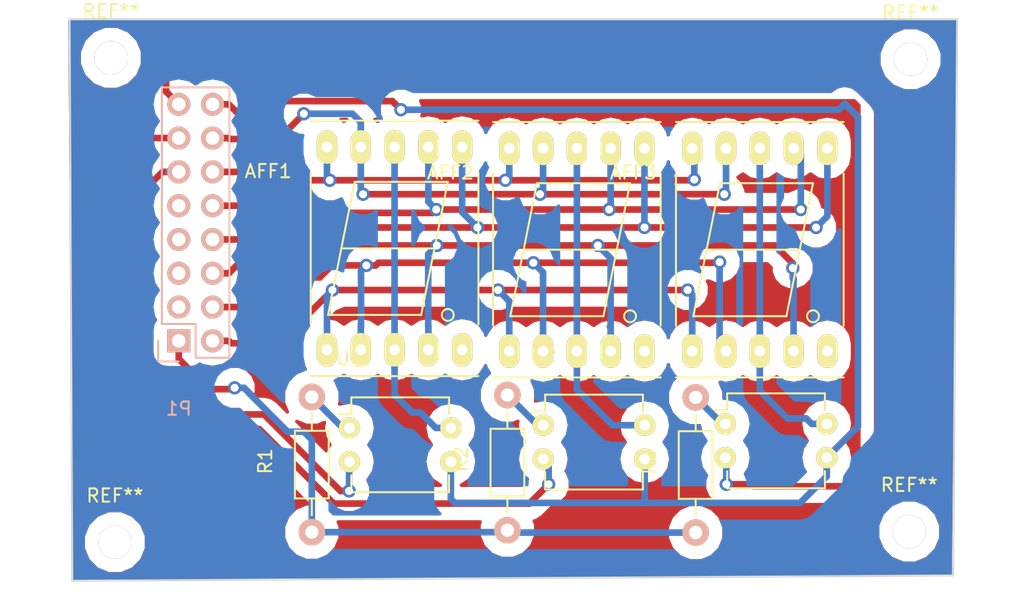
<source format=kicad_pcb>
(kicad_pcb (version 4) (host pcbnew "(2015-11-24 BZR 6329, Git e511afd)-product")

  (general
    (links 39)
    (no_connects 0)
    (area 150.814536 84.77488 228.083584 130.37418)
    (thickness 1.6)
    (drawings 4)
    (tracks 232)
    (zones 0)
    (modules 14)
    (nets 26)
  )

  (page A4)
  (layers
    (0 F.Cu signal)
    (31 B.Cu signal)
    (32 B.Adhes user)
    (33 F.Adhes user)
    (34 B.Paste user)
    (35 F.Paste user)
    (36 B.SilkS user)
    (37 F.SilkS user)
    (38 B.Mask user)
    (39 F.Mask user)
    (40 Dwgs.User user)
    (41 Cmts.User user)
    (42 Eco1.User user)
    (43 Eco2.User user)
    (44 Edge.Cuts user)
    (45 Margin user)
    (46 B.CrtYd user)
    (47 F.CrtYd user)
    (48 B.Fab user)
    (49 F.Fab user)
  )

  (setup
    (last_trace_width 0.25)
    (user_trace_width 0.4)
    (user_trace_width 0.5)
    (trace_clearance 0.2)
    (zone_clearance 0.508)
    (zone_45_only no)
    (trace_min 0.2)
    (segment_width 0.2)
    (edge_width 0.15)
    (via_size 0.6)
    (via_drill 0.4)
    (via_min_size 0.4)
    (via_min_drill 0.3)
    (user_via 1 0.6)
    (uvia_size 0.3)
    (uvia_drill 0.1)
    (uvias_allowed no)
    (uvia_min_size 0.2)
    (uvia_min_drill 0.1)
    (pcb_text_width 0.3)
    (pcb_text_size 1.5 1.5)
    (mod_edge_width 0.15)
    (mod_text_size 1 1)
    (mod_text_width 0.15)
    (pad_size 1.524 1.524)
    (pad_drill 0.762)
    (pad_to_mask_clearance 0.2)
    (aux_axis_origin 0 0)
    (visible_elements FFFFEE7F)
    (pcbplotparams
      (layerselection 0x00000_80000001)
      (usegerberextensions false)
      (excludeedgelayer false)
      (linewidth 0.100000)
      (plotframeref false)
      (viasonmask false)
      (mode 1)
      (useauxorigin false)
      (hpglpennumber 1)
      (hpglpenspeed 20)
      (hpglpendiameter 15)
      (hpglpenoverlay 2)
      (psnegative false)
      (psa4output false)
      (plotreference true)
      (plotvalue true)
      (plotinvisibletext false)
      (padsonsilk false)
      (subtractmaskfromsilk false)
      (outputformat 4)
      (mirror false)
      (drillshape 2)
      (scaleselection 1)
      (outputdirectory ../print/))
  )

  (net 0 "")
  (net 1 /LE)
  (net 2 /LD)
  (net 3 "Net-(AFF1-Pad3)")
  (net 4 /LC)
  (net 5 "Net-(AFF1-Pad5)")
  (net 6 /LB)
  (net 7 /LA)
  (net 8 /LF)
  (net 9 /LG)
  (net 10 "Net-(AFF2-Pad3)")
  (net 11 "Net-(AFF2-Pad5)")
  (net 12 "Net-(AFF3-Pad3)")
  (net 13 "Net-(AFF3-Pad5)")
  (net 14 VCC)
  (net 15 "Net-(P1-Pad3)")
  (net 16 "Net-(P1-Pad5)")
  (net 17 "Net-(P1-Pad7)")
  (net 18 "Net-(P1-Pad9)")
  (net 19 /DC)
  (net 20 /DB)
  (net 21 /DA)
  (net 22 GND)
  (net 23 "Net-(R1-Pad2)")
  (net 24 "Net-(R2-Pad2)")
  (net 25 "Net-(R3-Pad2)")

  (net_class Default "This is the default net class."
    (clearance 0.2)
    (trace_width 0.25)
    (via_dia 0.6)
    (via_drill 0.4)
    (uvia_dia 0.3)
    (uvia_drill 0.1)
    (add_net /DA)
    (add_net /DB)
    (add_net /DC)
    (add_net /LA)
    (add_net /LB)
    (add_net /LC)
    (add_net /LD)
    (add_net /LE)
    (add_net /LF)
    (add_net /LG)
    (add_net GND)
    (add_net "Net-(AFF1-Pad3)")
    (add_net "Net-(AFF1-Pad5)")
    (add_net "Net-(AFF2-Pad3)")
    (add_net "Net-(AFF2-Pad5)")
    (add_net "Net-(AFF3-Pad3)")
    (add_net "Net-(AFF3-Pad5)")
    (add_net "Net-(P1-Pad3)")
    (add_net "Net-(P1-Pad5)")
    (add_net "Net-(P1-Pad7)")
    (add_net "Net-(P1-Pad9)")
    (add_net "Net-(R1-Pad2)")
    (add_net "Net-(R2-Pad2)")
    (add_net "Net-(R3-Pad2)")
    (add_net VCC)
  )

  (module Displays_7-Segment:7SegmentLED_LTS6760_LTS6780 (layer F.Cu) (tedit 0) (tstamp 566EC48F)
    (at 208.07 103.82)
    (path /566ED5F9)
    (fp_text reference AFF3 (at -9.5 -5.8) (layer F.SilkS)
      (effects (font (size 1 1) (thickness 0.15)))
    )
    (fp_text value LTS-6980HR (at -0.4 12) (layer F.Fab)
      (effects (font (size 1 1) (thickness 0.15)))
    )
    (fp_circle (center 4 5) (end 4.4 5.2) (layer F.SilkS) (width 0.15))
    (fp_line (start -3 -5) (end -4 0) (layer F.SilkS) (width 0.15))
    (fp_line (start -4 0) (end -5 5) (layer F.SilkS) (width 0.15))
    (fp_line (start -5 5) (end 2 5) (layer F.SilkS) (width 0.15))
    (fp_line (start 2 5) (end 3 0) (layer F.SilkS) (width 0.15))
    (fp_line (start 4 -5) (end 3 0) (layer F.SilkS) (width 0.15))
    (fp_line (start 3 0) (end -4 0) (layer F.SilkS) (width 0.15))
    (fp_line (start -3 -5) (end 4 -5) (layer F.SilkS) (width 0.15))
    (fp_line (start 6.3 9.6) (end -6.3 9.6) (layer F.SilkS) (width 0.15))
    (fp_line (start -6.3 -5.7) (end -6.3 5.7) (layer F.SilkS) (width 0.15))
    (fp_line (start 6.3 -5.7) (end 6.3 5.7) (layer F.SilkS) (width 0.15))
    (fp_line (start -6.3 -9.6) (end 6.3 -9.6) (layer F.SilkS) (width 0.15))
    (pad 1 thru_hole oval (at -5.08 7.62) (size 1.524 2.524) (drill 0.8) (layers *.Cu *.Mask F.SilkS)
      (net 1 /LE))
    (pad 2 thru_hole oval (at -2.54 7.62) (size 1.524 2.524) (drill 0.8) (layers *.Cu *.Mask F.SilkS)
      (net 2 /LD))
    (pad 3 thru_hole oval (at 0 7.62) (size 1.524 2.524) (drill 0.8) (layers *.Cu *.Mask F.SilkS)
      (net 12 "Net-(AFF3-Pad3)"))
    (pad 4 thru_hole oval (at 2.54 7.62) (size 1.524 2.524) (drill 0.8) (layers *.Cu *.Mask F.SilkS)
      (net 4 /LC))
    (pad 5 thru_hole oval (at 5.08 7.62) (size 1.524 2.524) (drill 0.8) (layers *.Cu *.Mask F.SilkS)
      (net 13 "Net-(AFF3-Pad5)"))
    (pad 6 thru_hole oval (at 5.08 -7.62) (size 1.524 2.524) (drill 0.8) (layers *.Cu *.Mask F.SilkS)
      (net 6 /LB))
    (pad 7 thru_hole oval (at 2.54 -7.62) (size 1.524 2.524) (drill 0.8) (layers *.Cu *.Mask F.SilkS)
      (net 7 /LA))
    (pad 8 thru_hole oval (at 0 -7.62) (size 1.524 2.524) (drill 0.8) (layers *.Cu *.Mask F.SilkS)
      (net 12 "Net-(AFF3-Pad3)"))
    (pad 9 thru_hole oval (at -2.54 -7.62) (size 1.524 2.524) (drill 0.8) (layers *.Cu *.Mask F.SilkS)
      (net 8 /LF))
    (pad 10 thru_hole oval (at -5.08 -7.62) (size 1.524 2.524) (drill 0.8) (layers *.Cu *.Mask F.SilkS)
      (net 9 /LG))
  )

  (module Housings_DIP:DIP-4_W7.62mm (layer F.Cu) (tedit 54130A77) (tstamp 566EC4CD)
    (at 205.48 116.91)
    (descr "4-lead dip package, row spacing 7.62 mm (300 mils)")
    (tags "dil dip 2.54 300")
    (path /566ED60D)
    (fp_text reference U3 (at 0 -5.22) (layer F.SilkS)
      (effects (font (size 1 1) (thickness 0.15)))
    )
    (fp_text value PC817 (at 0 -3.72) (layer F.Fab)
      (effects (font (size 1 1) (thickness 0.15)))
    )
    (fp_line (start -1.05 -2.45) (end -1.05 5) (layer F.CrtYd) (width 0.05))
    (fp_line (start 8.65 -2.45) (end 8.65 5) (layer F.CrtYd) (width 0.05))
    (fp_line (start -1.05 -2.45) (end 8.65 -2.45) (layer F.CrtYd) (width 0.05))
    (fp_line (start -1.05 5) (end 8.65 5) (layer F.CrtYd) (width 0.05))
    (fp_line (start 0.135 -2.295) (end 0.135 -1.025) (layer F.SilkS) (width 0.15))
    (fp_line (start 7.485 -2.295) (end 7.485 -1.025) (layer F.SilkS) (width 0.15))
    (fp_line (start 7.485 4.835) (end 7.485 3.565) (layer F.SilkS) (width 0.15))
    (fp_line (start 0.135 4.835) (end 0.135 3.565) (layer F.SilkS) (width 0.15))
    (fp_line (start 0.135 -2.295) (end 7.485 -2.295) (layer F.SilkS) (width 0.15))
    (fp_line (start 0.135 4.835) (end 7.485 4.835) (layer F.SilkS) (width 0.15))
    (fp_line (start 0.135 -1.025) (end -0.8 -1.025) (layer F.SilkS) (width 0.15))
    (pad 1 thru_hole oval (at 0 0) (size 1.6 1.6) (drill 0.8) (layers *.Cu *.Mask F.SilkS)
      (net 25 "Net-(R3-Pad2)"))
    (pad 2 thru_hole oval (at 0 2.54) (size 1.6 1.6) (drill 0.8) (layers *.Cu *.Mask F.SilkS)
      (net 21 /DA))
    (pad 3 thru_hole oval (at 7.62 2.54) (size 1.6 1.6) (drill 0.8) (layers *.Cu *.Mask F.SilkS)
      (net 22 GND))
    (pad 4 thru_hole oval (at 7.62 0) (size 1.6 1.6) (drill 0.8) (layers *.Cu *.Mask F.SilkS)
      (net 12 "Net-(AFF3-Pad3)"))
    (model Housings_DIP.3dshapes/DIP-4_W7.62mm.wrl
      (at (xyz 0 0 0))
      (scale (xyz 1 1 1))
      (rotate (xyz 0 0 0))
    )
  )

  (module Displays_7-Segment:7SegmentLED_LTS6760_LTS6780 (layer F.Cu) (tedit 0) (tstamp 566EC473)
    (at 180.62 103.72)
    (path /566EC076)
    (fp_text reference AFF1 (at -9.5 -5.8) (layer F.SilkS)
      (effects (font (size 1 1) (thickness 0.15)))
    )
    (fp_text value LTS-6980HR (at -0.4 12) (layer F.Fab)
      (effects (font (size 1 1) (thickness 0.15)))
    )
    (fp_circle (center 4 5) (end 4.4 5.2) (layer F.SilkS) (width 0.15))
    (fp_line (start -3 -5) (end -4 0) (layer F.SilkS) (width 0.15))
    (fp_line (start -4 0) (end -5 5) (layer F.SilkS) (width 0.15))
    (fp_line (start -5 5) (end 2 5) (layer F.SilkS) (width 0.15))
    (fp_line (start 2 5) (end 3 0) (layer F.SilkS) (width 0.15))
    (fp_line (start 4 -5) (end 3 0) (layer F.SilkS) (width 0.15))
    (fp_line (start 3 0) (end -4 0) (layer F.SilkS) (width 0.15))
    (fp_line (start -3 -5) (end 4 -5) (layer F.SilkS) (width 0.15))
    (fp_line (start 6.3 9.6) (end -6.3 9.6) (layer F.SilkS) (width 0.15))
    (fp_line (start -6.3 -5.7) (end -6.3 5.7) (layer F.SilkS) (width 0.15))
    (fp_line (start 6.3 -5.7) (end 6.3 5.7) (layer F.SilkS) (width 0.15))
    (fp_line (start -6.3 -9.6) (end 6.3 -9.6) (layer F.SilkS) (width 0.15))
    (pad 1 thru_hole oval (at -5.08 7.62) (size 1.524 2.524) (drill 0.8) (layers *.Cu *.Mask F.SilkS)
      (net 1 /LE))
    (pad 2 thru_hole oval (at -2.54 7.62) (size 1.524 2.524) (drill 0.8) (layers *.Cu *.Mask F.SilkS)
      (net 2 /LD))
    (pad 3 thru_hole oval (at 0 7.62) (size 1.524 2.524) (drill 0.8) (layers *.Cu *.Mask F.SilkS)
      (net 3 "Net-(AFF1-Pad3)"))
    (pad 4 thru_hole oval (at 2.54 7.62) (size 1.524 2.524) (drill 0.8) (layers *.Cu *.Mask F.SilkS)
      (net 4 /LC))
    (pad 5 thru_hole oval (at 5.08 7.62) (size 1.524 2.524) (drill 0.8) (layers *.Cu *.Mask F.SilkS)
      (net 5 "Net-(AFF1-Pad5)"))
    (pad 6 thru_hole oval (at 5.08 -7.62) (size 1.524 2.524) (drill 0.8) (layers *.Cu *.Mask F.SilkS)
      (net 6 /LB))
    (pad 7 thru_hole oval (at 2.54 -7.62) (size 1.524 2.524) (drill 0.8) (layers *.Cu *.Mask F.SilkS)
      (net 7 /LA))
    (pad 8 thru_hole oval (at 0 -7.62) (size 1.524 2.524) (drill 0.8) (layers *.Cu *.Mask F.SilkS)
      (net 3 "Net-(AFF1-Pad3)"))
    (pad 9 thru_hole oval (at -2.54 -7.62) (size 1.524 2.524) (drill 0.8) (layers *.Cu *.Mask F.SilkS)
      (net 8 /LF))
    (pad 10 thru_hole oval (at -5.08 -7.62) (size 1.524 2.524) (drill 0.8) (layers *.Cu *.Mask F.SilkS)
      (net 9 /LG))
  )

  (module Displays_7-Segment:7SegmentLED_LTS6760_LTS6780 (layer F.Cu) (tedit 0) (tstamp 566EC481)
    (at 194.32 103.82)
    (path /566ED424)
    (fp_text reference AFF2 (at -9.5 -5.8) (layer F.SilkS)
      (effects (font (size 1 1) (thickness 0.15)))
    )
    (fp_text value LTS-6980HR (at -0.4 12) (layer F.Fab)
      (effects (font (size 1 1) (thickness 0.15)))
    )
    (fp_circle (center 4 5) (end 4.4 5.2) (layer F.SilkS) (width 0.15))
    (fp_line (start -3 -5) (end -4 0) (layer F.SilkS) (width 0.15))
    (fp_line (start -4 0) (end -5 5) (layer F.SilkS) (width 0.15))
    (fp_line (start -5 5) (end 2 5) (layer F.SilkS) (width 0.15))
    (fp_line (start 2 5) (end 3 0) (layer F.SilkS) (width 0.15))
    (fp_line (start 4 -5) (end 3 0) (layer F.SilkS) (width 0.15))
    (fp_line (start 3 0) (end -4 0) (layer F.SilkS) (width 0.15))
    (fp_line (start -3 -5) (end 4 -5) (layer F.SilkS) (width 0.15))
    (fp_line (start 6.3 9.6) (end -6.3 9.6) (layer F.SilkS) (width 0.15))
    (fp_line (start -6.3 -5.7) (end -6.3 5.7) (layer F.SilkS) (width 0.15))
    (fp_line (start 6.3 -5.7) (end 6.3 5.7) (layer F.SilkS) (width 0.15))
    (fp_line (start -6.3 -9.6) (end 6.3 -9.6) (layer F.SilkS) (width 0.15))
    (pad 1 thru_hole oval (at -5.08 7.62) (size 1.524 2.524) (drill 0.8) (layers *.Cu *.Mask F.SilkS)
      (net 1 /LE))
    (pad 2 thru_hole oval (at -2.54 7.62) (size 1.524 2.524) (drill 0.8) (layers *.Cu *.Mask F.SilkS)
      (net 2 /LD))
    (pad 3 thru_hole oval (at 0 7.62) (size 1.524 2.524) (drill 0.8) (layers *.Cu *.Mask F.SilkS)
      (net 10 "Net-(AFF2-Pad3)"))
    (pad 4 thru_hole oval (at 2.54 7.62) (size 1.524 2.524) (drill 0.8) (layers *.Cu *.Mask F.SilkS)
      (net 4 /LC))
    (pad 5 thru_hole oval (at 5.08 7.62) (size 1.524 2.524) (drill 0.8) (layers *.Cu *.Mask F.SilkS)
      (net 11 "Net-(AFF2-Pad5)"))
    (pad 6 thru_hole oval (at 5.08 -7.62) (size 1.524 2.524) (drill 0.8) (layers *.Cu *.Mask F.SilkS)
      (net 6 /LB))
    (pad 7 thru_hole oval (at 2.54 -7.62) (size 1.524 2.524) (drill 0.8) (layers *.Cu *.Mask F.SilkS)
      (net 7 /LA))
    (pad 8 thru_hole oval (at 0 -7.62) (size 1.524 2.524) (drill 0.8) (layers *.Cu *.Mask F.SilkS)
      (net 10 "Net-(AFF2-Pad3)"))
    (pad 9 thru_hole oval (at -2.54 -7.62) (size 1.524 2.524) (drill 0.8) (layers *.Cu *.Mask F.SilkS)
      (net 8 /LF))
    (pad 10 thru_hole oval (at -5.08 -7.62) (size 1.524 2.524) (drill 0.8) (layers *.Cu *.Mask F.SilkS)
      (net 9 /LG))
  )

  (module Pin_Headers:Pin_Header_Straight_2x08 (layer B.Cu) (tedit 0) (tstamp 566EC4A3)
    (at 164.4 110.67)
    (descr "Through hole pin header")
    (tags "pin header")
    (path /566EBE70)
    (fp_text reference P1 (at 0 5.1) (layer B.SilkS)
      (effects (font (size 1 1) (thickness 0.15)) (justify mirror))
    )
    (fp_text value CONN_02X08 (at 0 3.1) (layer B.Fab)
      (effects (font (size 1 1) (thickness 0.15)) (justify mirror))
    )
    (fp_line (start -1.75 1.75) (end -1.75 -19.55) (layer B.CrtYd) (width 0.05))
    (fp_line (start 4.3 1.75) (end 4.3 -19.55) (layer B.CrtYd) (width 0.05))
    (fp_line (start -1.75 1.75) (end 4.3 1.75) (layer B.CrtYd) (width 0.05))
    (fp_line (start -1.75 -19.55) (end 4.3 -19.55) (layer B.CrtYd) (width 0.05))
    (fp_line (start 3.81 -19.05) (end 3.81 1.27) (layer B.SilkS) (width 0.15))
    (fp_line (start -1.27 -1.27) (end -1.27 -19.05) (layer B.SilkS) (width 0.15))
    (fp_line (start 3.81 -19.05) (end -1.27 -19.05) (layer B.SilkS) (width 0.15))
    (fp_line (start 3.81 1.27) (end 1.27 1.27) (layer B.SilkS) (width 0.15))
    (fp_line (start 0 1.55) (end -1.55 1.55) (layer B.SilkS) (width 0.15))
    (fp_line (start 1.27 1.27) (end 1.27 -1.27) (layer B.SilkS) (width 0.15))
    (fp_line (start 1.27 -1.27) (end -1.27 -1.27) (layer B.SilkS) (width 0.15))
    (fp_line (start -1.55 1.55) (end -1.55 0) (layer B.SilkS) (width 0.15))
    (pad 1 thru_hole rect (at 0 0) (size 1.7272 1.7272) (drill 1.016) (layers *.Cu *.Mask B.SilkS)
      (net 14 VCC))
    (pad 2 thru_hole oval (at 2.54 0) (size 1.7272 1.7272) (drill 1.016) (layers *.Cu *.Mask B.SilkS)
      (net 1 /LE))
    (pad 3 thru_hole oval (at 0 -2.54) (size 1.7272 1.7272) (drill 1.016) (layers *.Cu *.Mask B.SilkS)
      (net 15 "Net-(P1-Pad3)"))
    (pad 4 thru_hole oval (at 2.54 -2.54) (size 1.7272 1.7272) (drill 1.016) (layers *.Cu *.Mask B.SilkS)
      (net 2 /LD))
    (pad 5 thru_hole oval (at 0 -5.08) (size 1.7272 1.7272) (drill 1.016) (layers *.Cu *.Mask B.SilkS)
      (net 16 "Net-(P1-Pad5)"))
    (pad 6 thru_hole oval (at 2.54 -5.08) (size 1.7272 1.7272) (drill 1.016) (layers *.Cu *.Mask B.SilkS)
      (net 4 /LC))
    (pad 7 thru_hole oval (at 0 -7.62) (size 1.7272 1.7272) (drill 1.016) (layers *.Cu *.Mask B.SilkS)
      (net 17 "Net-(P1-Pad7)"))
    (pad 8 thru_hole oval (at 2.54 -7.62) (size 1.7272 1.7272) (drill 1.016) (layers *.Cu *.Mask B.SilkS)
      (net 6 /LB))
    (pad 9 thru_hole oval (at 0 -10.16) (size 1.7272 1.7272) (drill 1.016) (layers *.Cu *.Mask B.SilkS)
      (net 18 "Net-(P1-Pad9)"))
    (pad 10 thru_hole oval (at 2.54 -10.16) (size 1.7272 1.7272) (drill 1.016) (layers *.Cu *.Mask B.SilkS)
      (net 7 /LA))
    (pad 11 thru_hole oval (at 0 -12.7) (size 1.7272 1.7272) (drill 1.016) (layers *.Cu *.Mask B.SilkS)
      (net 19 /DC))
    (pad 12 thru_hole oval (at 2.54 -12.7) (size 1.7272 1.7272) (drill 1.016) (layers *.Cu *.Mask B.SilkS)
      (net 9 /LG))
    (pad 13 thru_hole oval (at 0 -15.24) (size 1.7272 1.7272) (drill 1.016) (layers *.Cu *.Mask B.SilkS)
      (net 20 /DB))
    (pad 14 thru_hole oval (at 2.54 -15.24) (size 1.7272 1.7272) (drill 1.016) (layers *.Cu *.Mask B.SilkS)
      (net 8 /LF))
    (pad 15 thru_hole oval (at 0 -17.78) (size 1.7272 1.7272) (drill 1.016) (layers *.Cu *.Mask B.SilkS)
      (net 21 /DA))
    (pad 16 thru_hole oval (at 2.54 -17.78) (size 1.7272 1.7272) (drill 1.016) (layers *.Cu *.Mask B.SilkS)
      (net 22 GND))
    (model Pin_Headers.3dshapes/Pin_Header_Straight_2x08.wrl
      (at (xyz 0.05 -0.35 0))
      (scale (xyz 1 1 1))
      (rotate (xyz 0 0 90))
    )
  )

  (module Resistors_ThroughHole:Resistor_Horizontal_RM10mm (layer F.Cu) (tedit 53F56209) (tstamp 566EC4A9)
    (at 174.4 119.97 90)
    (descr "Resistor, Axial,  RM 10mm, 1/3W,")
    (tags "Resistor, Axial, RM 10mm, 1/3W,")
    (path /566ECAF8)
    (fp_text reference R1 (at 0.24892 -3.50012 90) (layer F.SilkS)
      (effects (font (size 1 1) (thickness 0.15)))
    )
    (fp_text value 330 (at 3.81 3.81 90) (layer F.Fab)
      (effects (font (size 1 1) (thickness 0.15)))
    )
    (fp_line (start -2.54 -1.27) (end 2.54 -1.27) (layer F.SilkS) (width 0.15))
    (fp_line (start 2.54 -1.27) (end 2.54 1.27) (layer F.SilkS) (width 0.15))
    (fp_line (start 2.54 1.27) (end -2.54 1.27) (layer F.SilkS) (width 0.15))
    (fp_line (start -2.54 1.27) (end -2.54 -1.27) (layer F.SilkS) (width 0.15))
    (fp_line (start -2.54 0) (end -3.81 0) (layer F.SilkS) (width 0.15))
    (fp_line (start 2.54 0) (end 3.81 0) (layer F.SilkS) (width 0.15))
    (pad 1 thru_hole circle (at -5.08 0 90) (size 1.99898 1.99898) (drill 1.00076) (layers *.Cu *.SilkS *.Mask)
      (net 14 VCC))
    (pad 2 thru_hole circle (at 5.08 0 90) (size 1.99898 1.99898) (drill 1.00076) (layers *.Cu *.SilkS *.Mask)
      (net 23 "Net-(R1-Pad2)"))
    (model Resistors_ThroughHole.3dshapes/Resistor_Horizontal_RM10mm.wrl
      (at (xyz 0 0 0))
      (scale (xyz 0.4 0.4 0.4))
      (rotate (xyz 0 0 0))
    )
  )

  (module Resistors_ThroughHole:Resistor_Horizontal_RM10mm (layer F.Cu) (tedit 53F56209) (tstamp 566EC4AF)
    (at 189.1 119.82 90)
    (descr "Resistor, Axial,  RM 10mm, 1/3W,")
    (tags "Resistor, Axial, RM 10mm, 1/3W,")
    (path /566ED448)
    (fp_text reference R2 (at 0.24892 -3.50012 90) (layer F.SilkS)
      (effects (font (size 1 1) (thickness 0.15)))
    )
    (fp_text value 330 (at 3.81 3.81 90) (layer F.Fab)
      (effects (font (size 1 1) (thickness 0.15)))
    )
    (fp_line (start -2.54 -1.27) (end 2.54 -1.27) (layer F.SilkS) (width 0.15))
    (fp_line (start 2.54 -1.27) (end 2.54 1.27) (layer F.SilkS) (width 0.15))
    (fp_line (start 2.54 1.27) (end -2.54 1.27) (layer F.SilkS) (width 0.15))
    (fp_line (start -2.54 1.27) (end -2.54 -1.27) (layer F.SilkS) (width 0.15))
    (fp_line (start -2.54 0) (end -3.81 0) (layer F.SilkS) (width 0.15))
    (fp_line (start 2.54 0) (end 3.81 0) (layer F.SilkS) (width 0.15))
    (pad 1 thru_hole circle (at -5.08 0 90) (size 1.99898 1.99898) (drill 1.00076) (layers *.Cu *.SilkS *.Mask)
      (net 14 VCC))
    (pad 2 thru_hole circle (at 5.08 0 90) (size 1.99898 1.99898) (drill 1.00076) (layers *.Cu *.SilkS *.Mask)
      (net 24 "Net-(R2-Pad2)"))
    (model Resistors_ThroughHole.3dshapes/Resistor_Horizontal_RM10mm.wrl
      (at (xyz 0 0 0))
      (scale (xyz 0.4 0.4 0.4))
      (rotate (xyz 0 0 0))
    )
  )

  (module Resistors_ThroughHole:Resistor_Horizontal_RM10mm (layer F.Cu) (tedit 53F56209) (tstamp 566EC4B5)
    (at 203.25 120 90)
    (descr "Resistor, Axial,  RM 10mm, 1/3W,")
    (tags "Resistor, Axial, RM 10mm, 1/3W,")
    (path /566ED61D)
    (fp_text reference R3 (at 0.24892 -3.50012 90) (layer F.SilkS)
      (effects (font (size 1 1) (thickness 0.15)))
    )
    (fp_text value 330 (at 3.81 3.81 90) (layer F.Fab)
      (effects (font (size 1 1) (thickness 0.15)))
    )
    (fp_line (start -2.54 -1.27) (end 2.54 -1.27) (layer F.SilkS) (width 0.15))
    (fp_line (start 2.54 -1.27) (end 2.54 1.27) (layer F.SilkS) (width 0.15))
    (fp_line (start 2.54 1.27) (end -2.54 1.27) (layer F.SilkS) (width 0.15))
    (fp_line (start -2.54 1.27) (end -2.54 -1.27) (layer F.SilkS) (width 0.15))
    (fp_line (start -2.54 0) (end -3.81 0) (layer F.SilkS) (width 0.15))
    (fp_line (start 2.54 0) (end 3.81 0) (layer F.SilkS) (width 0.15))
    (pad 1 thru_hole circle (at -5.08 0 90) (size 1.99898 1.99898) (drill 1.00076) (layers *.Cu *.SilkS *.Mask)
      (net 14 VCC))
    (pad 2 thru_hole circle (at 5.08 0 90) (size 1.99898 1.99898) (drill 1.00076) (layers *.Cu *.SilkS *.Mask)
      (net 25 "Net-(R3-Pad2)"))
    (model Resistors_ThroughHole.3dshapes/Resistor_Horizontal_RM10mm.wrl
      (at (xyz 0 0 0))
      (scale (xyz 0.4 0.4 0.4))
      (rotate (xyz 0 0 0))
    )
  )

  (module Housings_DIP:DIP-4_W7.62mm (layer F.Cu) (tedit 54130A77) (tstamp 566EC4BD)
    (at 177.23 117.21)
    (descr "4-lead dip package, row spacing 7.62 mm (300 mils)")
    (tags "dil dip 2.54 300")
    (path /566EC52C)
    (fp_text reference U1 (at 0 -5.22) (layer F.SilkS)
      (effects (font (size 1 1) (thickness 0.15)))
    )
    (fp_text value PC817 (at 0 -3.72) (layer F.Fab)
      (effects (font (size 1 1) (thickness 0.15)))
    )
    (fp_line (start -1.05 -2.45) (end -1.05 5) (layer F.CrtYd) (width 0.05))
    (fp_line (start 8.65 -2.45) (end 8.65 5) (layer F.CrtYd) (width 0.05))
    (fp_line (start -1.05 -2.45) (end 8.65 -2.45) (layer F.CrtYd) (width 0.05))
    (fp_line (start -1.05 5) (end 8.65 5) (layer F.CrtYd) (width 0.05))
    (fp_line (start 0.135 -2.295) (end 0.135 -1.025) (layer F.SilkS) (width 0.15))
    (fp_line (start 7.485 -2.295) (end 7.485 -1.025) (layer F.SilkS) (width 0.15))
    (fp_line (start 7.485 4.835) (end 7.485 3.565) (layer F.SilkS) (width 0.15))
    (fp_line (start 0.135 4.835) (end 0.135 3.565) (layer F.SilkS) (width 0.15))
    (fp_line (start 0.135 -2.295) (end 7.485 -2.295) (layer F.SilkS) (width 0.15))
    (fp_line (start 0.135 4.835) (end 7.485 4.835) (layer F.SilkS) (width 0.15))
    (fp_line (start 0.135 -1.025) (end -0.8 -1.025) (layer F.SilkS) (width 0.15))
    (pad 1 thru_hole oval (at 0 0) (size 1.6 1.6) (drill 0.8) (layers *.Cu *.Mask F.SilkS)
      (net 23 "Net-(R1-Pad2)"))
    (pad 2 thru_hole oval (at 0 2.54) (size 1.6 1.6) (drill 0.8) (layers *.Cu *.Mask F.SilkS)
      (net 19 /DC))
    (pad 3 thru_hole oval (at 7.62 2.54) (size 1.6 1.6) (drill 0.8) (layers *.Cu *.Mask F.SilkS)
      (net 22 GND))
    (pad 4 thru_hole oval (at 7.62 0) (size 1.6 1.6) (drill 0.8) (layers *.Cu *.Mask F.SilkS)
      (net 3 "Net-(AFF1-Pad3)"))
    (model Housings_DIP.3dshapes/DIP-4_W7.62mm.wrl
      (at (xyz 0 0 0))
      (scale (xyz 1 1 1))
      (rotate (xyz 0 0 0))
    )
  )

  (module Housings_DIP:DIP-4_W7.62mm (layer F.Cu) (tedit 54130A77) (tstamp 566EC4C5)
    (at 191.8 117.01)
    (descr "4-lead dip package, row spacing 7.62 mm (300 mils)")
    (tags "dil dip 2.54 300")
    (path /566ED438)
    (fp_text reference U2 (at 0 -5.22) (layer F.SilkS)
      (effects (font (size 1 1) (thickness 0.15)))
    )
    (fp_text value PC817 (at 0 -3.72) (layer F.Fab)
      (effects (font (size 1 1) (thickness 0.15)))
    )
    (fp_line (start -1.05 -2.45) (end -1.05 5) (layer F.CrtYd) (width 0.05))
    (fp_line (start 8.65 -2.45) (end 8.65 5) (layer F.CrtYd) (width 0.05))
    (fp_line (start -1.05 -2.45) (end 8.65 -2.45) (layer F.CrtYd) (width 0.05))
    (fp_line (start -1.05 5) (end 8.65 5) (layer F.CrtYd) (width 0.05))
    (fp_line (start 0.135 -2.295) (end 0.135 -1.025) (layer F.SilkS) (width 0.15))
    (fp_line (start 7.485 -2.295) (end 7.485 -1.025) (layer F.SilkS) (width 0.15))
    (fp_line (start 7.485 4.835) (end 7.485 3.565) (layer F.SilkS) (width 0.15))
    (fp_line (start 0.135 4.835) (end 0.135 3.565) (layer F.SilkS) (width 0.15))
    (fp_line (start 0.135 -2.295) (end 7.485 -2.295) (layer F.SilkS) (width 0.15))
    (fp_line (start 0.135 4.835) (end 7.485 4.835) (layer F.SilkS) (width 0.15))
    (fp_line (start 0.135 -1.025) (end -0.8 -1.025) (layer F.SilkS) (width 0.15))
    (pad 1 thru_hole oval (at 0 0) (size 1.6 1.6) (drill 0.8) (layers *.Cu *.Mask F.SilkS)
      (net 24 "Net-(R2-Pad2)"))
    (pad 2 thru_hole oval (at 0 2.54) (size 1.6 1.6) (drill 0.8) (layers *.Cu *.Mask F.SilkS)
      (net 20 /DB))
    (pad 3 thru_hole oval (at 7.62 2.54) (size 1.6 1.6) (drill 0.8) (layers *.Cu *.Mask F.SilkS)
      (net 22 GND))
    (pad 4 thru_hole oval (at 7.62 0) (size 1.6 1.6) (drill 0.8) (layers *.Cu *.Mask F.SilkS)
      (net 10 "Net-(AFF2-Pad3)"))
    (model Housings_DIP.3dshapes/DIP-4_W7.62mm.wrl
      (at (xyz 0 0 0))
      (scale (xyz 1 1 1))
      (rotate (xyz 0 0 0))
    )
  )

  (module Mounting_Holes:MountingHole_2-5mm (layer F.Cu) (tedit 0) (tstamp 566FB23B)
    (at 219.4 89.5)
    (descr "Mounting hole, Befestigungsbohrung, 2,5mm, No Annular, Kein Restring,")
    (tags "Mounting hole, Befestigungsbohrung, 2,5mm, No Annular, Kein Restring,")
    (fp_text reference REF** (at 0 -3.50012) (layer F.SilkS)
      (effects (font (size 1 1) (thickness 0.15)))
    )
    (fp_text value MountingHole_2-5mm (at 0.09906 3.59918) (layer F.Fab)
      (effects (font (size 1 1) (thickness 0.15)))
    )
    (fp_circle (center 0 0) (end 2.5 0) (layer Cmts.User) (width 0.381))
    (pad 1 thru_hole circle (at 0 0) (size 2.5 2.5) (drill 2.5) (layers))
  )

  (module Mounting_Holes:MountingHole_2-5mm (layer F.Cu) (tedit 0) (tstamp 566FB241)
    (at 219.3 125)
    (descr "Mounting hole, Befestigungsbohrung, 2,5mm, No Annular, Kein Restring,")
    (tags "Mounting hole, Befestigungsbohrung, 2,5mm, No Annular, Kein Restring,")
    (fp_text reference REF** (at 0 -3.50012) (layer F.SilkS)
      (effects (font (size 1 1) (thickness 0.15)))
    )
    (fp_text value MountingHole_2-5mm (at 0.09906 3.59918) (layer F.Fab)
      (effects (font (size 1 1) (thickness 0.15)))
    )
    (fp_circle (center 0 0) (end 2.5 0) (layer Cmts.User) (width 0.381))
    (pad 1 thru_hole circle (at 0 0) (size 2.5 2.5) (drill 2.5) (layers))
  )

  (module Mounting_Holes:MountingHole_2-5mm (layer F.Cu) (tedit 0) (tstamp 566FB247)
    (at 159.3 89.4)
    (descr "Mounting hole, Befestigungsbohrung, 2,5mm, No Annular, Kein Restring,")
    (tags "Mounting hole, Befestigungsbohrung, 2,5mm, No Annular, Kein Restring,")
    (fp_text reference REF** (at 0 -3.50012) (layer F.SilkS)
      (effects (font (size 1 1) (thickness 0.15)))
    )
    (fp_text value MountingHole_2-5mm (at 0.09906 3.59918) (layer F.Fab)
      (effects (font (size 1 1) (thickness 0.15)))
    )
    (fp_circle (center 0 0) (end 2.5 0) (layer Cmts.User) (width 0.381))
    (pad 1 thru_hole circle (at 0 0) (size 2.5 2.5) (drill 2.5) (layers))
  )

  (module Mounting_Holes:MountingHole_2-5mm (layer F.Cu) (tedit 0) (tstamp 566FB24D)
    (at 159.6 125.8)
    (descr "Mounting hole, Befestigungsbohrung, 2,5mm, No Annular, Kein Restring,")
    (tags "Mounting hole, Befestigungsbohrung, 2,5mm, No Annular, Kein Restring,")
    (fp_text reference REF** (at 0 -3.50012) (layer F.SilkS)
      (effects (font (size 1 1) (thickness 0.15)))
    )
    (fp_text value MountingHole_2-5mm (at 0.09906 3.59918) (layer F.Fab)
      (effects (font (size 1 1) (thickness 0.15)))
    )
    (fp_circle (center 0 0) (end 2.5 0) (layer Cmts.User) (width 0.381))
    (pad 1 thru_hole circle (at 0 0) (size 2.5 2.5) (drill 2.5) (layers))
  )

  (gr_line (start 156.4 128.7) (end 156.2 86.5) (layer Edge.Cuts) (width 0.15))
  (gr_line (start 222.6 128.3) (end 156.4 128.7) (layer Edge.Cuts) (width 0.15))
  (gr_line (start 222.9 86.5) (end 222.6 128.3) (layer Edge.Cuts) (width 0.15))
  (gr_line (start 156.2 86.5) (end 222.9 86.5) (layer Edge.Cuts) (width 0.15))

  (segment (start 168.341314 110.85) (end 171.95 110.85) (width 0.5) (layer F.Cu) (net 1))
  (segment (start 171.95 110.85) (end 175.95 106.85) (width 0.5) (layer F.Cu) (net 1))
  (segment (start 166.94 110.67) (end 168.161314 110.67) (width 0.5) (layer F.Cu) (net 1))
  (segment (start 168.161314 110.67) (end 168.341314 110.85) (width 0.5) (layer F.Cu) (net 1))
  (segment (start 175.95 106.85) (end 188.4 106.85) (width 0.5) (layer F.Cu) (net 1))
  (segment (start 188.4 106.85) (end 202.65 106.85) (width 0.5) (layer F.Cu) (net 1))
  (segment (start 189.24 111.44) (end 189.24 107.69) (width 0.5) (layer B.Cu) (net 1))
  (segment (start 189.24 107.69) (end 188.4 106.85) (width 0.5) (layer B.Cu) (net 1))
  (via (at 188.4 106.85) (size 1) (drill 0.6) (layers F.Cu B.Cu) (net 1))
  (segment (start 202.99 111.44) (end 202.99 107.19) (width 0.5) (layer B.Cu) (net 1))
  (segment (start 202.99 107.19) (end 202.65 106.85) (width 0.5) (layer B.Cu) (net 1))
  (via (at 202.65 106.85) (size 1) (drill 0.6) (layers F.Cu B.Cu) (net 1))
  (segment (start 175.54 111.34) (end 175.54 107.26) (width 0.5) (layer B.Cu) (net 1))
  (segment (start 175.54 107.26) (end 175.95 106.85) (width 0.5) (layer B.Cu) (net 1))
  (via (at 175.95 106.85) (size 1) (drill 0.6) (layers F.Cu B.Cu) (net 1))
  (segment (start 175 105.9) (end 175.9 105) (width 0.5) (layer F.Cu) (net 2))
  (segment (start 175.9 105) (end 178.5 105) (width 0.5) (layer F.Cu) (net 2))
  (segment (start 174.4 105.9) (end 175 105.9) (width 0.5) (layer F.Cu) (net 2))
  (segment (start 172.17 108.13) (end 174.4 105.9) (width 0.5) (layer F.Cu) (net 2))
  (segment (start 166.94 108.13) (end 172.17 108.13) (width 0.5) (layer F.Cu) (net 2))
  (segment (start 179.407106 104.8) (end 191.05 104.8) (width 0.5) (layer F.Cu) (net 2))
  (segment (start 191.05 104.8) (end 205 104.8) (width 0.5) (layer F.Cu) (net 2))
  (segment (start 191.78 111.44) (end 191.78 105.53) (width 0.5) (layer B.Cu) (net 2))
  (segment (start 191.78 105.53) (end 191.05 104.8) (width 0.5) (layer B.Cu) (net 2))
  (via (at 191.05 104.8) (size 1) (drill 0.6) (layers F.Cu B.Cu) (net 2))
  (segment (start 205.05 104.75) (end 205.05 110.96) (width 0.5) (layer B.Cu) (net 2))
  (segment (start 205.05 110.96) (end 205.53 111.44) (width 0.5) (layer B.Cu) (net 2))
  (segment (start 205 104.8) (end 205.05 104.75) (width 0.5) (layer F.Cu) (net 2))
  (via (at 205.05 104.75) (size 1) (drill 0.6) (layers F.Cu B.Cu) (net 2))
  (segment (start 178.5 105) (end 179.207106 105) (width 0.5) (layer F.Cu) (net 2))
  (segment (start 179.207106 105) (end 179.407106 104.8) (width 0.5) (layer F.Cu) (net 2))
  (segment (start 178.1 109.558) (end 178.1 105.4) (width 0.5) (layer B.Cu) (net 2))
  (segment (start 178.1 105.4) (end 178.5 105) (width 0.5) (layer B.Cu) (net 2))
  (via (at 178.5 105) (size 1) (drill 0.6) (layers F.Cu B.Cu) (net 2))
  (segment (start 178.08 111.34) (end 178.08 109.578) (width 0.5) (layer B.Cu) (net 2))
  (segment (start 178.08 109.578) (end 178.1 109.558) (width 0.5) (layer B.Cu) (net 2))
  (segment (start 181.95 116.05) (end 180.62 114.72) (width 0.5) (layer B.Cu) (net 3))
  (segment (start 180.62 114.72) (end 180.62 111.34) (width 0.5) (layer B.Cu) (net 3))
  (segment (start 182.55863 116.05) (end 181.95 116.05) (width 0.5) (layer B.Cu) (net 3))
  (segment (start 184.85 117.21) (end 183.71863 117.21) (width 0.5) (layer B.Cu) (net 3))
  (segment (start 183.71863 117.21) (end 182.55863 116.05) (width 0.5) (layer B.Cu) (net 3))
  (segment (start 180.62 96.1) (end 180.62 111.34) (width 0.5) (layer B.Cu) (net 3))
  (segment (start 166.94 105.59) (end 168.161314 105.59) (width 0.5) (layer F.Cu) (net 4))
  (segment (start 168.161314 105.59) (end 168.851314 104.9) (width 0.5) (layer F.Cu) (net 4))
  (segment (start 168.851314 104.9) (end 170.05 104.9) (width 0.5) (layer F.Cu) (net 4))
  (segment (start 171.649999 104.400001) (end 172.55 103.5) (width 0.5) (layer F.Cu) (net 4))
  (segment (start 172.55 103.5) (end 183.8 103.5) (width 0.5) (layer F.Cu) (net 4))
  (segment (start 170.05 104.9) (end 170.549999 104.400001) (width 0.5) (layer F.Cu) (net 4))
  (segment (start 170.549999 104.400001) (end 171.649999 104.400001) (width 0.5) (layer F.Cu) (net 4))
  (segment (start 183.8 103.5) (end 195.9 103.5) (width 0.5) (layer F.Cu) (net 4))
  (segment (start 195.9 103.5) (end 209.2 103.5) (width 0.5) (layer F.Cu) (net 4))
  (segment (start 196.86 109.678) (end 196.86 104.46) (width 0.5) (layer B.Cu) (net 4))
  (segment (start 196.86 104.46) (end 195.9 103.5) (width 0.5) (layer B.Cu) (net 4))
  (via (at 195.9 103.5) (size 1) (drill 0.6) (layers F.Cu B.Cu) (net 4))
  (segment (start 210.55 105.2) (end 210.55 105.95) (width 0.5) (layer B.Cu) (net 4))
  (segment (start 210.55 105.95) (end 210.61 106.01) (width 0.5) (layer B.Cu) (net 4))
  (segment (start 209.2 103.5) (end 210.55 104.85) (width 0.5) (layer F.Cu) (net 4))
  (segment (start 210.55 104.85) (end 210.55 105.2) (width 0.5) (layer F.Cu) (net 4))
  (via (at 210.55 105.2) (size 1) (drill 0.6) (layers F.Cu B.Cu) (net 4))
  (segment (start 183.15 106) (end 183.15 104.15) (width 0.5) (layer B.Cu) (net 4))
  (segment (start 183.15 104.15) (end 183.8 103.5) (width 0.5) (layer B.Cu) (net 4))
  (via (at 183.8 103.5) (size 1) (drill 0.6) (layers F.Cu B.Cu) (net 4))
  (segment (start 196.86 109.678) (end 196.8 109.618) (width 0.5) (layer B.Cu) (net 4))
  (segment (start 196.86 111.44) (end 196.86 109.678) (width 0.5) (layer B.Cu) (net 4))
  (segment (start 210.61 106.01) (end 210.61 111.44) (width 0.5) (layer B.Cu) (net 4))
  (segment (start 183.15 109.568) (end 183.15 106) (width 0.5) (layer B.Cu) (net 4))
  (segment (start 183.16 111.34) (end 183.16 109.578) (width 0.5) (layer B.Cu) (net 4))
  (segment (start 183.16 109.578) (end 183.15 109.568) (width 0.5) (layer B.Cu) (net 4))
  (segment (start 166.94 103.05) (end 170.707106 103.05) (width 0.5) (layer F.Cu) (net 6))
  (segment (start 171.607106 102.15) (end 186.142894 102.15) (width 0.5) (layer F.Cu) (net 6))
  (segment (start 170.707106 103.05) (end 171.607106 102.15) (width 0.5) (layer F.Cu) (net 6))
  (segment (start 186.142894 102.15) (end 186.85 102.15) (width 0.5) (layer F.Cu) (net 6))
  (segment (start 186.85 102.15) (end 187.557106 102.15) (width 0.5) (layer F.Cu) (net 6))
  (segment (start 187.557106 102.15) (end 199.4 102.15) (width 0.5) (layer F.Cu) (net 6))
  (segment (start 212.3 102.15) (end 199.4 102.15) (width 0.5) (layer F.Cu) (net 6))
  (via (at 199.4 102.15) (size 1) (drill 0.6) (layers F.Cu B.Cu) (net 6))
  (via (at 212.3 102.15) (size 1) (drill 0.6) (layers F.Cu B.Cu) (net 6))
  (via (at 186.85 102.15) (size 1) (drill 0.6) (layers F.Cu B.Cu) (net 6))
  (segment (start 199.4 97.962) (end 199.4 102.15) (width 0.5) (layer B.Cu) (net 6))
  (segment (start 199.4 96.2) (end 199.4 97.962) (width 0.5) (layer B.Cu) (net 6))
  (segment (start 212.3 102.15) (end 213.15 101.3) (width 0.5) (layer B.Cu) (net 6))
  (segment (start 213.15 101.3) (end 213.15 96.2) (width 0.5) (layer B.Cu) (net 6))
  (segment (start 185.7 101) (end 186.85 102.15) (width 0.5) (layer B.Cu) (net 6))
  (segment (start 185.7 96.1) (end 185.7 101) (width 0.5) (layer B.Cu) (net 6))
  (segment (start 166.94 100.51) (end 169.66 100.51) (width 0.5) (layer F.Cu) (net 7))
  (segment (start 169.66 100.51) (end 170.199999 101.049999) (width 0.5) (layer F.Cu) (net 7))
  (segment (start 170.199999 101.049999) (end 183.500001 101.049999) (width 0.5) (layer F.Cu) (net 7))
  (segment (start 183.500001 101.049999) (end 183.75 100.8) (width 0.5) (layer F.Cu) (net 7))
  (segment (start 183.75 100.8) (end 196.75 100.8) (width 0.5) (layer F.Cu) (net 7))
  (segment (start 196.75 100.8) (end 211.15 100.8) (width 0.5) (layer F.Cu) (net 7))
  (segment (start 196.86 96.2) (end 196.86 100.69) (width 0.5) (layer B.Cu) (net 7))
  (segment (start 196.86 100.69) (end 196.75 100.8) (width 0.5) (layer B.Cu) (net 7))
  (via (at 196.75 100.8) (size 1) (drill 0.6) (layers F.Cu B.Cu) (net 7))
  (segment (start 211.15 100.8) (end 211.15 96.74) (width 0.5) (layer B.Cu) (net 7))
  (segment (start 211.15 96.74) (end 210.61 96.2) (width 0.5) (layer B.Cu) (net 7))
  (via (at 211.15 100.8) (size 1) (drill 0.6) (layers F.Cu B.Cu) (net 7))
  (segment (start 183.16 96.1) (end 183.16 100.21) (width 0.5) (layer B.Cu) (net 7))
  (segment (start 183.16 100.21) (end 183.75 100.8) (width 0.5) (layer B.Cu) (net 7))
  (via (at 183.75 100.8) (size 1) (drill 0.6) (layers F.Cu B.Cu) (net 7))
  (segment (start 183 96.26) (end 183.16 96.1) (width 0.5) (layer B.Cu) (net 7))
  (segment (start 177.45 93.6) (end 178.08 94.23) (width 0.5) (layer B.Cu) (net 8))
  (segment (start 178.08 94.23) (end 178.08 96.1) (width 0.5) (layer B.Cu) (net 8))
  (segment (start 173.8 93.6) (end 177.45 93.6) (width 0.5) (layer B.Cu) (net 8))
  (segment (start 172.7 95.5) (end 172.7 94.7) (width 0.5) (layer F.Cu) (net 8))
  (segment (start 172.7 94.7) (end 173.8 93.6) (width 0.5) (layer F.Cu) (net 8))
  (via (at 173.8 93.6) (size 1) (drill 0.6) (layers F.Cu B.Cu) (net 8))
  (segment (start 168.231314 95.5) (end 172.7 95.5) (width 0.5) (layer F.Cu) (net 8))
  (segment (start 166.94 95.43) (end 168.161314 95.43) (width 0.5) (layer F.Cu) (net 8))
  (segment (start 168.161314 95.43) (end 168.231314 95.5) (width 0.5) (layer F.Cu) (net 8))
  (segment (start 178.25 99.65) (end 191.55 99.65) (width 0.5) (layer F.Cu) (net 8))
  (segment (start 191.78 99.42) (end 191.55 99.65) (width 0.5) (layer B.Cu) (net 8))
  (segment (start 191.55 99.65) (end 205.4 99.65) (width 0.5) (layer F.Cu) (net 8))
  (segment (start 191.78 96.2) (end 191.78 99.42) (width 0.5) (layer B.Cu) (net 8))
  (via (at 191.55 99.65) (size 1) (drill 0.6) (layers F.Cu B.Cu) (net 8))
  (segment (start 205.53 96.2) (end 205.53 99.52) (width 0.5) (layer B.Cu) (net 8))
  (segment (start 205.53 99.52) (end 205.4 99.65) (width 0.5) (layer B.Cu) (net 8))
  (segment (start 205.4 99.65) (end 205.53 99.52) (width 0.5) (layer F.Cu) (net 8))
  (via (at 205.4 99.65) (size 1) (drill 0.6) (layers F.Cu B.Cu) (net 8))
  (segment (start 178.08 96.1) (end 178.08 99.48) (width 0.5) (layer B.Cu) (net 8))
  (segment (start 178.08 99.48) (end 178.25 99.65) (width 0.5) (layer B.Cu) (net 8))
  (via (at 178.25 99.65) (size 1) (drill 0.6) (layers F.Cu B.Cu) (net 8))
  (segment (start 172.12 97.97) (end 172.75 98.6) (width 0.5) (layer F.Cu) (net 9))
  (segment (start 172.75 98.6) (end 175.75 98.6) (width 0.5) (layer F.Cu) (net 9))
  (segment (start 166.94 97.97) (end 172.12 97.97) (width 0.5) (layer F.Cu) (net 9))
  (segment (start 176.457106 98.6) (end 188.95 98.6) (width 0.5) (layer F.Cu) (net 9))
  (segment (start 189.24 98.31) (end 188.95 98.6) (width 0.5) (layer B.Cu) (net 9))
  (segment (start 188.95 98.6) (end 203.1 98.6) (width 0.5) (layer F.Cu) (net 9))
  (segment (start 189.24 96.2) (end 189.24 98.31) (width 0.5) (layer B.Cu) (net 9))
  (via (at 188.95 98.6) (size 1) (drill 0.6) (layers F.Cu B.Cu) (net 9))
  (segment (start 203.15 98.55) (end 203.15 96.36) (width 0.5) (layer B.Cu) (net 9))
  (segment (start 203.15 96.36) (end 202.99 96.2) (width 0.5) (layer B.Cu) (net 9))
  (segment (start 203.1 98.6) (end 203.15 98.55) (width 0.5) (layer F.Cu) (net 9))
  (via (at 203.15 98.55) (size 1) (drill 0.6) (layers F.Cu B.Cu) (net 9))
  (segment (start 175.75 98.6) (end 176.457106 98.6) (width 0.5) (layer F.Cu) (net 9))
  (segment (start 175.54 96.1) (end 175.54 98.39) (width 0.5) (layer B.Cu) (net 9))
  (segment (start 175.54 98.39) (end 175.75 98.6) (width 0.5) (layer B.Cu) (net 9))
  (via (at 175.75 98.6) (size 1) (drill 0.6) (layers F.Cu B.Cu) (net 9))
  (segment (start 197.01 117.01) (end 194.32 114.32) (width 0.5) (layer B.Cu) (net 10))
  (segment (start 194.32 114.32) (end 194.32 111.44) (width 0.5) (layer B.Cu) (net 10))
  (segment (start 199.42 117.01) (end 197.01 117.01) (width 0.5) (layer B.Cu) (net 10))
  (segment (start 194.32 96.2) (end 194.32 111.44) (width 0.5) (layer B.Cu) (net 10))
  (segment (start 210.15 116.5) (end 208.07 114.42) (width 0.5) (layer B.Cu) (net 12))
  (segment (start 208.07 114.42) (end 208.07 111.44) (width 0.5) (layer B.Cu) (net 12))
  (segment (start 211.55863 116.5) (end 210.15 116.5) (width 0.5) (layer B.Cu) (net 12))
  (segment (start 213.1 116.91) (end 211.96863 116.91) (width 0.5) (layer B.Cu) (net 12))
  (segment (start 211.96863 116.91) (end 211.55863 116.5) (width 0.5) (layer B.Cu) (net 12))
  (segment (start 208.07 96.2) (end 208.07 97.962) (width 0.5) (layer B.Cu) (net 12))
  (segment (start 208.07 97.962) (end 208.07 111.44) (width 0.5) (layer B.Cu) (net 12))
  (segment (start 169.6664 114.5836) (end 169.9328 114.85) (width 0.5) (layer B.Cu) (net 14))
  (segment (start 169.9328 114.85) (end 172.5828 117.5) (width 0.5) (layer B.Cu) (net 14))
  (segment (start 168.6 114.2) (end 169.307106 114.2) (width 0.5) (layer B.Cu) (net 14))
  (segment (start 169.307106 114.2) (end 169.9328 114.825694) (width 0.5) (layer B.Cu) (net 14))
  (segment (start 169.9328 114.825694) (end 169.9328 114.85) (width 0.5) (layer B.Cu) (net 14))
  (segment (start 166.6664 114.3) (end 168.5 114.3) (width 0.5) (layer F.Cu) (net 14))
  (segment (start 168.5 114.3) (end 168.6 114.2) (width 0.5) (layer F.Cu) (net 14))
  (via (at 168.6 114.2) (size 1) (drill 0.6) (layers F.Cu B.Cu) (net 14))
  (segment (start 164.4 110.67) (end 164.4 112.0336) (width 0.5) (layer F.Cu) (net 14))
  (segment (start 164.4 112.0336) (end 166.6664 114.3) (width 0.5) (layer F.Cu) (net 14))
  (segment (start 173.8 117.5) (end 174.4 118.1) (width 0.5) (layer B.Cu) (net 14))
  (segment (start 174.4 118.1) (end 174.4 125.05) (width 0.5) (layer B.Cu) (net 14))
  (segment (start 172.5828 117.5) (end 173.8 117.5) (width 0.5) (layer B.Cu) (net 14))
  (segment (start 174.4 125.05) (end 188.95 125.05) (width 0.5) (layer B.Cu) (net 14))
  (segment (start 188.95 125.05) (end 189.1 124.9) (width 0.5) (layer B.Cu) (net 14))
  (segment (start 203.25 125.08) (end 189.28 125.08) (width 0.5) (layer B.Cu) (net 14))
  (segment (start 189.28 125.08) (end 189.1 124.9) (width 0.5) (layer B.Cu) (net 14))
  (segment (start 174.55 124.9) (end 174.4 125.05) (width 0.4) (layer B.Cu) (net 14))
  (segment (start 164.4 97.97) (end 163.178686 97.97) (width 0.5) (layer F.Cu) (net 19))
  (segment (start 163.178686 97.97) (end 162.15 98.998686) (width 0.5) (layer F.Cu) (net 19))
  (segment (start 162.15 98.998686) (end 162.15 113.2) (width 0.5) (layer F.Cu) (net 19))
  (segment (start 162.15 113.2) (end 165.15 116.2) (width 0.5) (layer F.Cu) (net 19))
  (segment (start 165.15 116.2) (end 170.8 116.2) (width 0.5) (layer F.Cu) (net 19))
  (segment (start 170.8 116.2) (end 176.55 121.95) (width 0.5) (layer F.Cu) (net 19))
  (segment (start 176.55 121.95) (end 177.2 121.95) (width 0.5) (layer F.Cu) (net 19))
  (segment (start 177.2 121.95) (end 177.2 119.78) (width 0.5) (layer B.Cu) (net 19))
  (segment (start 177.2 119.78) (end 177.23 119.75) (width 0.5) (layer B.Cu) (net 19))
  (via (at 177.2 121.95) (size 1) (drill 0.6) (layers F.Cu B.Cu) (net 19))
  (segment (start 164.4 97.97) (end 163.63 97.97) (width 0.5) (layer B.Cu) (net 19))
  (segment (start 160.5 96.75) (end 161.82 95.43) (width 0.5) (layer F.Cu) (net 20))
  (segment (start 161.82 95.43) (end 164.4 95.43) (width 0.5) (layer F.Cu) (net 20))
  (segment (start 160.5 100.25) (end 160.5 96.75) (width 0.5) (layer F.Cu) (net 20))
  (segment (start 192.2 121.45) (end 192.2 119.95) (width 0.5) (layer B.Cu) (net 20))
  (segment (start 192.2 119.95) (end 191.8 119.55) (width 0.5) (layer B.Cu) (net 20))
  (segment (start 170.45 117.3) (end 176.050001 122.900001) (width 0.5) (layer F.Cu) (net 20))
  (segment (start 176.050001 122.900001) (end 190.749999 122.900001) (width 0.5) (layer F.Cu) (net 20))
  (via (at 192.2 121.45) (size 1) (drill 0.6) (layers F.Cu B.Cu) (net 20))
  (segment (start 190.749999 122.900001) (end 192.2 121.45) (width 0.5) (layer F.Cu) (net 20))
  (segment (start 164.8 117.3) (end 170.45 117.3) (width 0.5) (layer F.Cu) (net 20))
  (segment (start 161.05 113.55) (end 164.8 117.3) (width 0.5) (layer F.Cu) (net 20))
  (segment (start 161.05 100.8) (end 161.05 113.55) (width 0.5) (layer F.Cu) (net 20))
  (segment (start 160.5 100.25) (end 161.05 100.8) (width 0.5) (layer F.Cu) (net 20))
  (segment (start 216.9 92.4) (end 216.9 119.5) (width 0.5) (layer F.Cu) (net 21))
  (segment (start 216.9 119.5) (end 214.8 121.6) (width 0.5) (layer F.Cu) (net 21))
  (segment (start 215.75 91.25) (end 216.9 92.4) (width 0.5) (layer F.Cu) (net 21))
  (segment (start 169.3 91.25) (end 215.75 91.25) (width 0.5) (layer F.Cu) (net 21))
  (segment (start 168.8 90.75) (end 169.3 91.25) (width 0.5) (layer F.Cu) (net 21))
  (segment (start 163.75 90.75) (end 168.8 90.75) (width 0.5) (layer F.Cu) (net 21))
  (segment (start 163.45 91.05) (end 163.75 90.75) (width 0.5) (layer F.Cu) (net 21))
  (segment (start 163.45 91.94) (end 163.45 91.05) (width 0.5) (layer F.Cu) (net 21))
  (segment (start 164.4 92.89) (end 163.45 91.94) (width 0.5) (layer F.Cu) (net 21))
  (segment (start 205.55 121.45) (end 205.55 119.52) (width 0.5) (layer B.Cu) (net 21))
  (segment (start 205.55 119.52) (end 205.48 119.45) (width 0.5) (layer B.Cu) (net 21))
  (segment (start 214.8 121.6) (end 207.63 121.6) (width 0.5) (layer F.Cu) (net 21))
  (segment (start 207.63 121.6) (end 207.48 121.45) (width 0.5) (layer F.Cu) (net 21))
  (segment (start 207.48 121.45) (end 205.55 121.45) (width 0.5) (layer F.Cu) (net 21))
  (via (at 205.55 121.45) (size 1) (drill 0.6) (layers F.Cu B.Cu) (net 21))
  (segment (start 181.1 93.3) (end 213.99998 93.3) (width 0.5) (layer B.Cu) (net 22))
  (segment (start 213.99998 93.3) (end 214.44999 92.84999) (width 0.5) (layer B.Cu) (net 22))
  (segment (start 180.449999 92.649999) (end 181.1 93.3) (width 0.5) (layer F.Cu) (net 22))
  (via (at 181.1 93.3) (size 1) (drill 0.6) (layers F.Cu B.Cu) (net 22))
  (segment (start 171.15 93.85) (end 172.350001 92.649999) (width 0.5) (layer F.Cu) (net 22))
  (segment (start 172.350001 92.649999) (end 180.449999 92.649999) (width 0.5) (layer F.Cu) (net 22))
  (segment (start 169.121314 93.85) (end 171.15 93.85) (width 0.5) (layer F.Cu) (net 22))
  (segment (start 166.94 92.89) (end 168.161314 92.89) (width 0.5) (layer F.Cu) (net 22))
  (segment (start 168.161314 92.89) (end 169.121314 93.85) (width 0.5) (layer F.Cu) (net 22))
  (segment (start 215.45 93.85) (end 215.45 117.1) (width 0.5) (layer B.Cu) (net 22))
  (segment (start 215.45 117.1) (end 213.1 119.45) (width 0.5) (layer B.Cu) (net 22))
  (segment (start 214.44999 92.84999) (end 215.45 93.85) (width 0.5) (layer B.Cu) (net 22))
  (segment (start 211.1 122.85) (end 199.2 122.85) (width 0.5) (layer B.Cu) (net 22))
  (segment (start 199.2 122.85) (end 185.15 122.85) (width 0.5) (layer B.Cu) (net 22))
  (segment (start 199.42 119.55) (end 199.42 122.63) (width 0.5) (layer B.Cu) (net 22))
  (segment (start 199.42 122.63) (end 199.2 122.85) (width 0.5) (layer B.Cu) (net 22))
  (segment (start 213.1 119.45) (end 213.1 120.85) (width 0.5) (layer B.Cu) (net 22))
  (segment (start 213.1 120.85) (end 211.1 122.85) (width 0.5) (layer B.Cu) (net 22))
  (segment (start 185.15 122.85) (end 184.85 122.55) (width 0.5) (layer B.Cu) (net 22))
  (segment (start 184.85 122.55) (end 184.85 119.75) (width 0.5) (layer B.Cu) (net 22))
  (segment (start 177.23 117.21) (end 176.72 117.21) (width 0.5) (layer B.Cu) (net 23))
  (segment (start 176.72 117.21) (end 174.4 114.89) (width 0.5) (layer B.Cu) (net 23))
  (segment (start 191.8 117.01) (end 191.37 117.01) (width 0.5) (layer B.Cu) (net 24))
  (segment (start 191.37 117.01) (end 189.1 114.74) (width 0.5) (layer B.Cu) (net 24))
  (segment (start 205.48 116.91) (end 205.24 116.91) (width 0.5) (layer B.Cu) (net 25))
  (segment (start 205.24 116.91) (end 203.25 114.92) (width 0.5) (layer B.Cu) (net 25))
  (segment (start 203.25 114.92) (end 203.49 114.92) (width 0.4) (layer B.Cu) (net 25))

  (zone (net 0) (net_name "") (layer B.Cu) (tstamp 0) (hatch edge 0.508)
    (connect_pads (clearance 1))
    (min_thickness 0.254)
    (fill yes (arc_segments 16) (thermal_gap 0.508) (thermal_bridge_width 0.508))
    (polygon
      (pts
        (xy 156.1 86.5) (xy 222.9 86.5) (xy 222.5 128.3) (xy 156.4 128.7)
      )
    )
    (filled_polygon
      (pts
        (xy 222.374202 128.173759) (xy 156.526095 128.572234) (xy 156.509734 126.27074) (xy 157.222588 126.27074) (xy 157.583703 127.144703)
        (xy 158.25178 127.813947) (xy 159.125111 128.176586) (xy 160.07074 128.177412) (xy 160.944703 127.816297) (xy 161.613947 127.14822)
        (xy 161.976586 126.274889) (xy 161.977412 125.32926) (xy 161.616297 124.455297) (xy 160.94822 123.786053) (xy 160.074889 123.423414)
        (xy 159.12926 123.422588) (xy 158.255297 123.783703) (xy 157.586053 124.45178) (xy 157.223414 125.325111) (xy 157.222588 126.27074)
        (xy 156.509734 126.27074) (xy 156.426214 114.522211) (xy 166.972718 114.522211) (xy 167.219892 115.120418) (xy 167.677175 115.578499)
        (xy 168.27495 115.826717) (xy 168.922211 115.827282) (xy 168.950869 115.815441) (xy 171.609114 118.473686) (xy 172.055845 118.772182)
        (xy 172.5828 118.877) (xy 173.023 118.877) (xy 173.023 123.41991) (xy 172.598301 123.843868) (xy 172.27388 124.625159)
        (xy 172.273142 125.471129) (xy 172.596199 126.252986) (xy 173.193868 126.851699) (xy 173.975159 127.17612) (xy 174.821129 127.176858)
        (xy 175.602986 126.853801) (xy 176.030533 126.427) (xy 187.619648 126.427) (xy 187.893868 126.701699) (xy 188.675159 127.02612)
        (xy 189.521129 127.026858) (xy 190.302986 126.703801) (xy 190.550218 126.457) (xy 201.61991 126.457) (xy 202.043868 126.881699)
        (xy 202.825159 127.20612) (xy 203.671129 127.206858) (xy 204.452986 126.883801) (xy 205.051699 126.286132) (xy 205.37612 125.504841)
        (xy 205.376149 125.47074) (xy 216.922588 125.47074) (xy 217.283703 126.344703) (xy 217.95178 127.013947) (xy 218.825111 127.376586)
        (xy 219.77074 127.377412) (xy 220.644703 127.016297) (xy 221.313947 126.34822) (xy 221.676586 125.474889) (xy 221.677412 124.52926)
        (xy 221.316297 123.655297) (xy 220.64822 122.986053) (xy 219.774889 122.623414) (xy 218.82926 122.622588) (xy 217.955297 122.983703)
        (xy 217.286053 123.65178) (xy 216.923414 124.525111) (xy 216.922588 125.47074) (xy 205.376149 125.47074) (xy 205.376858 124.658871)
        (xy 205.198412 124.227) (xy 211.1 124.227) (xy 211.626955 124.122182) (xy 212.073686 123.823686) (xy 214.073686 121.823686)
        (xy 214.372182 121.376955) (xy 214.477 120.85) (xy 214.477 120.828195) (xy 214.500347 120.812595) (xy 214.918068 120.187431)
        (xy 215.064752 119.45) (xy 215.061868 119.435504) (xy 216.423686 118.073686) (xy 216.722182 117.626955) (xy 216.827 117.1)
        (xy 216.827 93.85) (xy 216.722182 93.323045) (xy 216.423686 92.876314) (xy 215.423676 91.876304) (xy 214.976945 91.577808)
        (xy 214.44999 91.47299) (xy 213.923035 91.577808) (xy 213.476304 91.876304) (xy 213.429608 91.923) (xy 182.024321 91.923)
        (xy 182.022825 91.921501) (xy 181.42505 91.673283) (xy 180.777789 91.672718) (xy 180.179582 91.919892) (xy 179.721501 92.377175)
        (xy 179.473283 92.97495) (xy 179.472718 93.622211) (xy 179.624691 93.990014) (xy 179.434537 94.11707) (xy 179.352182 93.703045)
        (xy 179.053686 93.256314) (xy 178.423686 92.626314) (xy 177.976955 92.327818) (xy 177.45 92.223) (xy 174.724321 92.223)
        (xy 174.722825 92.221501) (xy 174.12505 91.973283) (xy 173.477789 91.972718) (xy 172.879582 92.219892) (xy 172.421501 92.677175)
        (xy 172.173283 93.27495) (xy 172.172718 93.922211) (xy 172.419892 94.520418) (xy 172.877175 94.978499) (xy 173.47495 95.226717)
        (xy 173.715899 95.226927) (xy 173.651 95.553197) (xy 173.651 96.646803) (xy 173.794792 97.369692) (xy 174.163 97.920755)
        (xy 174.163 98.179301) (xy 174.123283 98.27495) (xy 174.122718 98.922211) (xy 174.369892 99.520418) (xy 174.827175 99.978499)
        (xy 175.42495 100.226717) (xy 176.072211 100.227282) (xy 176.632461 99.995791) (xy 176.869892 100.570418) (xy 177.327175 101.028499)
        (xy 177.92495 101.276717) (xy 178.572211 101.277282) (xy 179.170418 101.030108) (xy 179.243 100.957652) (xy 179.243 103.546831)
        (xy 178.82505 103.373283) (xy 178.177789 103.372718) (xy 177.579582 103.619892) (xy 177.121501 104.077175) (xy 176.873283 104.67495)
        (xy 176.873169 104.805172) (xy 176.827818 104.873045) (xy 176.723 105.4) (xy 176.723 105.409288) (xy 176.27505 105.223283)
        (xy 175.627789 105.222718) (xy 175.029582 105.469892) (xy 174.571501 105.927175) (xy 174.323283 106.52495) (xy 174.323174 106.650199)
        (xy 174.267818 106.733045) (xy 174.163 107.26) (xy 174.163 109.519245) (xy 173.794792 110.070308) (xy 173.651 110.793197)
        (xy 173.651 111.886803) (xy 173.794792 112.609692) (xy 173.914967 112.789547) (xy 173.197014 113.086199) (xy 172.598301 113.683868)
        (xy 172.27388 114.465159) (xy 172.273201 115.243029) (xy 170.95543 113.925258) (xy 170.906486 113.852008) (xy 170.280792 113.226314)
        (xy 169.834061 112.927818) (xy 169.578139 112.876912) (xy 169.522825 112.821501) (xy 168.92505 112.573283) (xy 168.277789 112.572718)
        (xy 167.679582 112.819892) (xy 167.221501 113.277175) (xy 166.973283 113.87495) (xy 166.972718 114.522211) (xy 156.426214 114.522211)
        (xy 156.308544 97.97) (xy 162.253 97.97) (xy 162.357818 98.496955) (xy 162.656314 98.943686) (xy 162.669341 98.95239)
        (xy 162.861516 99.24) (xy 162.521927 99.74823) (xy 162.370402 100.51) (xy 162.521927 101.27177) (xy 162.861516 101.78)
        (xy 162.521927 102.28823) (xy 162.370402 103.05) (xy 162.521927 103.81177) (xy 162.861516 104.32) (xy 162.521927 104.82823)
        (xy 162.370402 105.59) (xy 162.521927 106.35177) (xy 162.861516 106.86) (xy 162.521927 107.36823) (xy 162.370402 108.13)
        (xy 162.521927 108.89177) (xy 162.658092 109.095555) (xy 162.477852 109.359344) (xy 162.387321 109.8064) (xy 162.387321 111.5336)
        (xy 162.465906 111.951241) (xy 162.712731 112.334819) (xy 163.089344 112.592148) (xy 163.5364 112.682679) (xy 165.2636 112.682679)
        (xy 165.681241 112.604094) (xy 165.98699 112.40735) (xy 166.139232 112.509075) (xy 166.901002 112.6606) (xy 166.978998 112.6606)
        (xy 167.740768 112.509075) (xy 168.386565 112.077567) (xy 168.818073 111.43177) (xy 168.969598 110.67) (xy 168.818073 109.90823)
        (xy 168.478484 109.4) (xy 168.818073 108.89177) (xy 168.969598 108.13) (xy 168.818073 107.36823) (xy 168.478484 106.86)
        (xy 168.818073 106.35177) (xy 168.969598 105.59) (xy 168.818073 104.82823) (xy 168.478484 104.32) (xy 168.818073 103.81177)
        (xy 168.969598 103.05) (xy 168.818073 102.28823) (xy 168.478484 101.78) (xy 168.818073 101.27177) (xy 168.969598 100.51)
        (xy 168.818073 99.74823) (xy 168.478484 99.24) (xy 168.818073 98.73177) (xy 168.969598 97.97) (xy 168.818073 97.20823)
        (xy 168.478484 96.7) (xy 168.818073 96.19177) (xy 168.969598 95.43) (xy 168.818073 94.66823) (xy 168.478484 94.16)
        (xy 168.818073 93.65177) (xy 168.969598 92.89) (xy 168.818073 92.12823) (xy 168.386565 91.482433) (xy 167.740768 91.050925)
        (xy 166.978998 90.8994) (xy 166.901002 90.8994) (xy 166.139232 91.050925) (xy 165.67 91.364456) (xy 165.200768 91.050925)
        (xy 164.438998 90.8994) (xy 164.361002 90.8994) (xy 163.599232 91.050925) (xy 162.953435 91.482433) (xy 162.521927 92.12823)
        (xy 162.370402 92.89) (xy 162.521927 93.65177) (xy 162.861516 94.16) (xy 162.521927 94.66823) (xy 162.370402 95.43)
        (xy 162.521927 96.19177) (xy 162.861516 96.7) (xy 162.669341 96.98761) (xy 162.656314 96.996314) (xy 162.357818 97.443045)
        (xy 162.253 97.97) (xy 156.308544 97.97) (xy 156.250966 89.87074) (xy 156.922588 89.87074) (xy 157.283703 90.744703)
        (xy 157.95178 91.413947) (xy 158.825111 91.776586) (xy 159.77074 91.777412) (xy 160.644703 91.416297) (xy 161.313947 90.74822)
        (xy 161.636785 89.97074) (xy 217.022588 89.97074) (xy 217.383703 90.844703) (xy 218.05178 91.513947) (xy 218.925111 91.876586)
        (xy 219.87074 91.877412) (xy 220.744703 91.516297) (xy 221.413947 90.84822) (xy 221.776586 89.974889) (xy 221.777412 89.02926)
        (xy 221.416297 88.155297) (xy 220.74822 87.486053) (xy 219.874889 87.123414) (xy 218.92926 87.122588) (xy 218.055297 87.483703)
        (xy 217.386053 88.15178) (xy 217.023414 89.025111) (xy 217.022588 89.97074) (xy 161.636785 89.97074) (xy 161.676586 89.874889)
        (xy 161.677412 88.92926) (xy 161.316297 88.055297) (xy 160.64822 87.386053) (xy 159.774889 87.023414) (xy 158.82926 87.022588)
        (xy 157.955297 87.383703) (xy 157.286053 88.05178) (xy 156.923414 88.925111) (xy 156.922588 89.87074) (xy 156.250966 89.87074)
        (xy 156.227906 86.627) (xy 222.771779 86.627)
      )
    )
    (filled_polygon
      (pts
        (xy 177.357111 113.632011) (xy 178.08 113.775803) (xy 178.802889 113.632011) (xy 179.243 113.337939) (xy 179.243 114.72)
        (xy 179.347818 115.246955) (xy 179.646314 115.693686) (xy 180.976314 117.023686) (xy 181.423045 117.322182) (xy 181.95 117.427)
        (xy 181.988258 117.427) (xy 182.744944 118.183686) (xy 183.191675 118.482182) (xy 183.363489 118.516358) (xy 183.031932 119.012569)
        (xy 182.885248 119.75) (xy 183.031932 120.487431) (xy 183.449653 121.112595) (xy 183.473 121.128195) (xy 183.473 122.55)
        (xy 183.577818 123.076955) (xy 183.876314 123.523686) (xy 184.025628 123.673) (xy 176.03009 123.673) (xy 175.777 123.419467)
        (xy 175.777 122.766611) (xy 175.819892 122.870418) (xy 176.277175 123.328499) (xy 176.87495 123.576717) (xy 177.522211 123.577282)
        (xy 178.120418 123.330108) (xy 178.578499 122.872825) (xy 178.826717 122.27505) (xy 178.827282 121.627789) (xy 178.617857 121.120941)
        (xy 178.630347 121.112595) (xy 179.048068 120.487431) (xy 179.194752 119.75) (xy 179.048068 119.012569) (xy 178.692217 118.48)
        (xy 179.048068 117.947431) (xy 179.194752 117.21) (xy 179.048068 116.472569) (xy 178.630347 115.847405) (xy 178.005183 115.429684)
        (xy 177.267752 115.283) (xy 177.192248 115.283) (xy 176.815343 115.357971) (xy 176.526334 115.068962) (xy 176.526858 114.468871)
        (xy 176.203801 113.687014) (xy 176.167779 113.65093) (xy 176.262889 113.632011) (xy 176.81 113.266444)
      )
    )
    (filled_polygon
      (pts
        (xy 201.244792 112.709692) (xy 201.654275 113.322528) (xy 201.765726 113.396997) (xy 201.448301 113.713868) (xy 201.12388 114.495159)
        (xy 201.123142 115.341129) (xy 201.446199 116.122986) (xy 202.043868 116.721699) (xy 202.825159 117.04612) (xy 203.429275 117.046647)
        (xy 203.570525 117.187897) (xy 203.661932 117.647431) (xy 204.017783 118.18) (xy 203.661932 118.712569) (xy 203.515248 119.45)
        (xy 203.661932 120.187431) (xy 204.063205 120.787979) (xy 203.923283 121.12495) (xy 203.922979 121.473) (xy 200.797 121.473)
        (xy 200.797 120.928195) (xy 200.820347 120.912595) (xy 201.238068 120.287431) (xy 201.384752 119.55) (xy 201.238068 118.812569)
        (xy 200.882217 118.28) (xy 201.238068 117.747431) (xy 201.384752 117.01) (xy 201.238068 116.272569) (xy 200.820347 115.647405)
        (xy 200.195183 115.229684) (xy 199.457752 115.083) (xy 199.382248 115.083) (xy 198.644817 115.229684) (xy 198.041212 115.633)
        (xy 197.580372 115.633) (xy 195.697 113.749628) (xy 195.697 113.437939) (xy 196.137111 113.732011) (xy 196.86 113.875803)
        (xy 197.582889 113.732011) (xy 198.13 113.366444) (xy 198.677111 113.732011) (xy 199.4 113.875803) (xy 200.122889 113.732011)
        (xy 200.735725 113.322528) (xy 201.145208 112.709692) (xy 201.195 112.459371)
      )
    )
    (filled_polygon
      (pts
        (xy 192.943 114.32) (xy 193.047818 114.846955) (xy 193.346314 115.293686) (xy 196.036314 117.983686) (xy 196.483045 118.282182)
        (xy 197.01 118.387) (xy 197.886288 118.387) (xy 197.601932 118.812569) (xy 197.455248 119.55) (xy 197.601932 120.287431)
        (xy 198.019653 120.912595) (xy 198.043 120.928195) (xy 198.043 121.473) (xy 193.826981 121.473) (xy 193.827282 121.127789)
        (xy 193.580108 120.529582) (xy 193.577 120.526469) (xy 193.577 120.348894) (xy 193.618068 120.287431) (xy 193.764752 119.55)
        (xy 193.618068 118.812569) (xy 193.262217 118.28) (xy 193.618068 117.747431) (xy 193.764752 117.01) (xy 193.618068 116.272569)
        (xy 193.200347 115.647405) (xy 192.575183 115.229684) (xy 191.837752 115.083) (xy 191.762248 115.083) (xy 191.45207 115.144698)
        (xy 191.226334 114.918962) (xy 191.226858 114.318871) (xy 190.956631 113.664873) (xy 191.057111 113.732011) (xy 191.78 113.875803)
        (xy 192.502889 113.732011) (xy 192.943 113.437939)
      )
    )
    (filled_polygon
      (pts
        (xy 187.494792 112.709692) (xy 187.74652 113.086431) (xy 187.298301 113.533868) (xy 186.97388 114.315159) (xy 186.973142 115.161129)
        (xy 187.296199 115.942986) (xy 187.893868 116.541699) (xy 188.675159 116.86612) (xy 189.279275 116.866647) (xy 189.937703 117.525075)
        (xy 189.981932 117.747431) (xy 190.337783 118.28) (xy 189.981932 118.812569) (xy 189.835248 119.55) (xy 189.981932 120.287431)
        (xy 190.399653 120.912595) (xy 190.604598 121.049535) (xy 190.573283 121.12495) (xy 190.572979 121.473) (xy 186.227 121.473)
        (xy 186.227 121.128195) (xy 186.250347 121.112595) (xy 186.668068 120.487431) (xy 186.814752 119.75) (xy 186.668068 119.012569)
        (xy 186.312217 118.48) (xy 186.668068 117.947431) (xy 186.814752 117.21) (xy 186.668068 116.472569) (xy 186.250347 115.847405)
        (xy 185.625183 115.429684) (xy 184.887752 115.283) (xy 184.812248 115.283) (xy 184.074817 115.429684) (xy 183.961441 115.505439)
        (xy 183.532316 115.076314) (xy 183.085585 114.777818) (xy 182.55863 114.673) (xy 182.520372 114.673) (xy 181.997 114.149628)
        (xy 181.997 113.337939) (xy 182.437111 113.632011) (xy 183.16 113.775803) (xy 183.882889 113.632011) (xy 184.43 113.266444)
        (xy 184.977111 113.632011) (xy 185.7 113.775803) (xy 186.422889 113.632011) (xy 187.035725 113.222528) (xy 187.445208 112.609692)
        (xy 187.460054 112.535055)
      )
    )
    (filled_polygon
      (pts
        (xy 206.693 114.42) (xy 206.797818 114.946955) (xy 207.096314 115.393686) (xy 209.176314 117.473686) (xy 209.623045 117.772182)
        (xy 210.15 117.877) (xy 210.988258 117.877) (xy 210.994944 117.883686) (xy 211.441675 118.182182) (xy 211.613489 118.216358)
        (xy 211.281932 118.712569) (xy 211.135248 119.45) (xy 211.281932 120.187431) (xy 211.495528 120.5071) (xy 210.529628 121.473)
        (xy 207.176981 121.473) (xy 207.177282 121.127789) (xy 206.983351 120.658439) (xy 207.298068 120.187431) (xy 207.444752 119.45)
        (xy 207.298068 118.712569) (xy 206.942217 118.18) (xy 207.298068 117.647431) (xy 207.444752 116.91) (xy 207.298068 116.172569)
        (xy 206.880347 115.547405) (xy 206.255183 115.129684) (xy 205.517752 114.983) (xy 205.442248 114.983) (xy 205.376424 114.996093)
        (xy 205.376858 114.498871) (xy 205.082643 113.786818) (xy 205.53 113.875803) (xy 206.252889 113.732011) (xy 206.693 113.437939)
      )
    )
    (filled_polygon
      (pts
        (xy 175.80275 121.072332) (xy 175.777 121.134345) (xy 175.777 121.033794)
      )
    )
    (filled_polygon
      (pts
        (xy 212.427111 113.732011) (xy 213.15 113.875803) (xy 213.872889 113.732011) (xy 214.073 113.598301) (xy 214.073 115.261861)
        (xy 213.875183 115.129684) (xy 213.137752 114.983) (xy 213.062248 114.983) (xy 212.324817 115.129684) (xy 212.131767 115.258676)
        (xy 212.085585 115.227818) (xy 211.55863 115.123) (xy 210.720372 115.123) (xy 209.447 113.849628) (xy 209.447 113.437939)
        (xy 209.887111 113.732011) (xy 210.61 113.875803) (xy 211.332889 113.732011) (xy 211.88 113.366444)
      )
    )
    (filled_polygon
      (pts
        (xy 201.244792 97.469692) (xy 201.609961 98.016207) (xy 201.523283 98.22495) (xy 201.522718 98.872211) (xy 201.769892 99.470418)
        (xy 202.227175 99.928499) (xy 202.82495 100.176717) (xy 203.472211 100.177282) (xy 203.801272 100.041317) (xy 204.019892 100.570418)
        (xy 204.477175 101.028499) (xy 205.07495 101.276717) (xy 205.722211 101.277282) (xy 206.320418 101.030108) (xy 206.693 100.658175)
        (xy 206.693 109.442061) (xy 206.427 109.264326) (xy 206.427 105.674321) (xy 206.428499 105.672825) (xy 206.676717 105.07505)
        (xy 206.677282 104.427789) (xy 206.430108 103.829582) (xy 205.972825 103.371501) (xy 205.37505 103.123283) (xy 204.727789 103.122718)
        (xy 204.129582 103.369892) (xy 203.671501 103.827175) (xy 203.423283 104.42495) (xy 203.422718 105.072211) (xy 203.598207 105.496928)
        (xy 203.572825 105.471501) (xy 202.97505 105.223283) (xy 202.327789 105.222718) (xy 201.729582 105.469892) (xy 201.271501 105.927175)
        (xy 201.023283 106.52495) (xy 201.022718 107.172211) (xy 201.269892 107.770418) (xy 201.613 108.114125) (xy 201.613 109.619245)
        (xy 201.244792 110.170308) (xy 201.195 110.420629) (xy 201.145208 110.170308) (xy 200.735725 109.557472) (xy 200.122889 109.147989)
        (xy 199.4 109.004197) (xy 198.677111 109.147989) (xy 198.237 109.442061) (xy 198.237 104.46) (xy 198.132182 103.933045)
        (xy 197.833686 103.486314) (xy 197.52728 103.179908) (xy 197.527282 103.177789) (xy 197.280108 102.579582) (xy 197.11176 102.410941)
        (xy 197.670418 102.180108) (xy 197.773062 102.077642) (xy 197.772718 102.472211) (xy 198.019892 103.070418) (xy 198.477175 103.528499)
        (xy 199.07495 103.776717) (xy 199.722211 103.777282) (xy 200.320418 103.530108) (xy 200.778499 103.072825) (xy 201.026717 102.47505)
        (xy 201.027282 101.827789) (xy 200.780108 101.229582) (xy 200.777 101.226469) (xy 200.777 98.020755) (xy 201.145208 97.469692)
        (xy 201.195 97.219371)
      )
    )
    (filled_polygon
      (pts
        (xy 187.494792 97.469692) (xy 187.608649 97.640092) (xy 187.571501 97.677175) (xy 187.323283 98.27495) (xy 187.322718 98.922211)
        (xy 187.569892 99.520418) (xy 188.027175 99.978499) (xy 188.62495 100.226717) (xy 189.272211 100.227282) (xy 189.870418 99.980108)
        (xy 189.922757 99.92786) (xy 189.922718 99.972211) (xy 190.169892 100.570418) (xy 190.627175 101.028499) (xy 191.22495 101.276717)
        (xy 191.872211 101.277282) (xy 192.470418 101.030108) (xy 192.928499 100.572825) (xy 192.943 100.537903) (xy 192.943 104.839643)
        (xy 192.753686 104.556314) (xy 192.67728 104.479908) (xy 192.677282 104.477789) (xy 192.430108 103.879582) (xy 191.972825 103.421501)
        (xy 191.37505 103.173283) (xy 190.727789 103.172718) (xy 190.129582 103.419892) (xy 189.671501 103.877175) (xy 189.423283 104.47495)
        (xy 189.422718 105.122211) (xy 189.669892 105.720418) (xy 190.127175 106.178499) (xy 190.403 106.293032) (xy 190.403 106.999643)
        (xy 190.213686 106.716314) (xy 190.02728 106.529908) (xy 190.027282 106.527789) (xy 189.780108 105.929582) (xy 189.322825 105.471501)
        (xy 188.72505 105.223283) (xy 188.077789 105.222718) (xy 187.479582 105.469892) (xy 187.021501 105.927175) (xy 186.773283 106.52495)
        (xy 186.772718 107.172211) (xy 187.019892 107.770418) (xy 187.477175 108.228499) (xy 187.863 108.388708) (xy 187.863 109.619245)
        (xy 187.494792 110.170308) (xy 187.479946 110.244945) (xy 187.445208 110.070308) (xy 187.035725 109.457472) (xy 186.422889 109.047989)
        (xy 185.7 108.904197) (xy 184.977111 109.047989) (xy 184.527 109.348743) (xy 184.527 104.960027) (xy 184.720418 104.880108)
        (xy 185.178499 104.422825) (xy 185.426717 103.82505) (xy 185.427282 103.177789) (xy 185.180108 102.579582) (xy 184.725971 102.124652)
        (xy 184.801691 102.049063) (xy 185.22272 102.470092) (xy 185.222718 102.472211) (xy 185.469892 103.070418) (xy 185.927175 103.528499)
        (xy 186.52495 103.776717) (xy 187.172211 103.777282) (xy 187.770418 103.530108) (xy 188.228499 103.072825) (xy 188.476717 102.47505)
        (xy 188.477282 101.827789) (xy 188.230108 101.229582) (xy 187.772825 100.771501) (xy 187.17505 100.523283) (xy 187.170651 100.523279)
        (xy 187.077 100.429628) (xy 187.077 97.920755) (xy 187.445208 97.369692) (xy 187.460054 97.295055)
      )
    )
    (filled_polygon
      (pts
        (xy 209.773 98.415765) (xy 209.773 99.875679) (xy 209.771501 99.877175) (xy 209.523283 100.47495) (xy 209.522718 101.122211)
        (xy 209.769892 101.720418) (xy 210.227175 102.178499) (xy 210.672813 102.363544) (xy 210.672718 102.472211) (xy 210.919892 103.070418)
        (xy 211.377175 103.528499) (xy 211.97495 103.776717) (xy 212.622211 103.777282) (xy 213.220418 103.530108) (xy 213.678499 103.072825)
        (xy 213.926717 102.47505) (xy 213.926721 102.470651) (xy 214.073 102.324372) (xy 214.073 109.281699) (xy 213.872889 109.147989)
        (xy 213.15 109.004197) (xy 212.427111 109.147989) (xy 211.987 109.442061) (xy 211.987 106.01) (xy 211.983226 105.991028)
        (xy 212.176717 105.52505) (xy 212.177282 104.877789) (xy 211.930108 104.279582) (xy 211.472825 103.821501) (xy 210.87505 103.573283)
        (xy 210.227789 103.572718) (xy 209.629582 103.819892) (xy 209.447 104.002156) (xy 209.447 98.197939)
      )
    )
    (filled_polygon
      (pts
        (xy 182.122747 101.088552) (xy 182.122718 101.122211) (xy 182.369892 101.720418) (xy 182.824029 102.175348) (xy 182.421501 102.577175)
        (xy 182.173283 103.17495) (xy 182.173278 103.180858) (xy 181.997 103.444676) (xy 181.997 100.900357)
      )
    )
    (filled_polygon
      (pts
        (xy 201.244792 94.930308) (xy 201.195 95.180629) (xy 201.145208 94.930308) (xy 200.975953 94.677) (xy 201.414047 94.677)
      )
    )
    (filled_polygon
      (pts
        (xy 187.494792 94.930308) (xy 187.479946 95.004945) (xy 187.445208 94.830308) (xy 187.342771 94.677) (xy 187.664047 94.677)
      )
    )
  )
  (zone (net 0) (net_name "") (layer F.Cu) (tstamp 0) (hatch edge 0.508)
    (connect_pads (clearance 1))
    (min_thickness 0.254)
    (fill yes (arc_segments 16) (thermal_gap 0.508) (thermal_bridge_width 0.508))
    (polygon
      (pts
        (xy 156.1 86.5) (xy 222.9 86.5) (xy 222.5 128.3) (xy 156.4 128.7)
      )
    )
    (filled_polygon
      (pts
        (xy 222.374202 128.173759) (xy 156.526095 128.572234) (xy 156.509734 126.27074) (xy 157.222588 126.27074) (xy 157.583703 127.144703)
        (xy 158.25178 127.813947) (xy 159.125111 128.176586) (xy 160.07074 128.177412) (xy 160.944703 127.816297) (xy 161.613947 127.14822)
        (xy 161.976586 126.274889) (xy 161.977412 125.32926) (xy 161.616297 124.455297) (xy 160.94822 123.786053) (xy 160.074889 123.423414)
        (xy 159.12926 123.422588) (xy 158.255297 123.783703) (xy 157.586053 124.45178) (xy 157.223414 125.325111) (xy 157.222588 126.27074)
        (xy 156.509734 126.27074) (xy 156.299871 96.75) (xy 159.123 96.75) (xy 159.123 100.25) (xy 159.227818 100.776955)
        (xy 159.526314 101.223686) (xy 159.673 101.370372) (xy 159.673 113.55) (xy 159.777818 114.076955) (xy 160.076314 114.523686)
        (xy 163.826314 118.273686) (xy 164.273045 118.572182) (xy 164.8 118.677) (xy 169.879628 118.677) (xy 174.125898 122.92327)
        (xy 173.978871 122.923142) (xy 173.197014 123.246199) (xy 172.598301 123.843868) (xy 172.27388 124.625159) (xy 172.273142 125.471129)
        (xy 172.596199 126.252986) (xy 173.193868 126.851699) (xy 173.975159 127.17612) (xy 174.821129 127.176858) (xy 175.602986 126.853801)
        (xy 176.201699 126.256132) (xy 176.52612 125.474841) (xy 176.526858 124.628871) (xy 176.381468 124.277001) (xy 187.056163 124.277001)
        (xy 186.97388 124.475159) (xy 186.973142 125.321129) (xy 187.296199 126.102986) (xy 187.893868 126.701699) (xy 188.675159 127.02612)
        (xy 189.521129 127.026858) (xy 190.302986 126.703801) (xy 190.901699 126.106132) (xy 191.152918 125.501129) (xy 201.123142 125.501129)
        (xy 201.446199 126.282986) (xy 202.043868 126.881699) (xy 202.825159 127.20612) (xy 203.671129 127.206858) (xy 204.452986 126.883801)
        (xy 205.051699 126.286132) (xy 205.37612 125.504841) (xy 205.376149 125.47074) (xy 216.922588 125.47074) (xy 217.283703 126.344703)
        (xy 217.95178 127.013947) (xy 218.825111 127.376586) (xy 219.77074 127.377412) (xy 220.644703 127.016297) (xy 221.313947 126.34822)
        (xy 221.676586 125.474889) (xy 221.677412 124.52926) (xy 221.316297 123.655297) (xy 220.64822 122.986053) (xy 219.774889 122.623414)
        (xy 218.82926 122.622588) (xy 217.955297 122.983703) (xy 217.286053 123.65178) (xy 216.923414 124.525111) (xy 216.922588 125.47074)
        (xy 205.376149 125.47074) (xy 205.376858 124.658871) (xy 205.053801 123.877014) (xy 204.456132 123.278301) (xy 203.674841 122.95388)
        (xy 202.828871 122.953142) (xy 202.047014 123.276199) (xy 201.448301 123.873868) (xy 201.12388 124.655159) (xy 201.123142 125.501129)
        (xy 191.152918 125.501129) (xy 191.22612 125.324841) (xy 191.226858 124.478871) (xy 191.113566 124.204683) (xy 191.276954 124.172183)
        (xy 191.723685 123.873687) (xy 192.520092 123.07728) (xy 192.522211 123.077282) (xy 193.120418 122.830108) (xy 193.578499 122.372825)
        (xy 193.826717 121.77505) (xy 193.827282 121.127789) (xy 193.580108 120.529582) (xy 193.505923 120.455268) (xy 193.618068 120.287431)
        (xy 193.764752 119.55) (xy 193.618068 118.812569) (xy 193.262217 118.28) (xy 193.618068 117.747431) (xy 193.764752 117.01)
        (xy 197.455248 117.01) (xy 197.601932 117.747431) (xy 197.957783 118.28) (xy 197.601932 118.812569) (xy 197.455248 119.55)
        (xy 197.601932 120.287431) (xy 198.019653 120.912595) (xy 198.644817 121.330316) (xy 199.382248 121.477) (xy 199.457752 121.477)
        (xy 200.195183 121.330316) (xy 200.820347 120.912595) (xy 201.238068 120.287431) (xy 201.384752 119.55) (xy 201.238068 118.812569)
        (xy 200.882217 118.28) (xy 201.238068 117.747431) (xy 201.384752 117.01) (xy 201.238068 116.272569) (xy 200.820347 115.647405)
        (xy 200.195183 115.229684) (xy 199.457752 115.083) (xy 199.382248 115.083) (xy 198.644817 115.229684) (xy 198.019653 115.647405)
        (xy 197.601932 116.272569) (xy 197.455248 117.01) (xy 193.764752 117.01) (xy 193.618068 116.272569) (xy 193.200347 115.647405)
        (xy 192.575183 115.229684) (xy 191.837752 115.083) (xy 191.762248 115.083) (xy 191.214894 115.191875) (xy 191.22612 115.164841)
        (xy 191.226858 114.318871) (xy 190.956631 113.664873) (xy 191.057111 113.732011) (xy 191.78 113.875803) (xy 192.502889 113.732011)
        (xy 193.05 113.366444) (xy 193.597111 113.732011) (xy 194.32 113.875803) (xy 195.042889 113.732011) (xy 195.59 113.366444)
        (xy 196.137111 113.732011) (xy 196.86 113.875803) (xy 197.582889 113.732011) (xy 198.13 113.366444) (xy 198.677111 113.732011)
        (xy 199.4 113.875803) (xy 200.122889 113.732011) (xy 200.735725 113.322528) (xy 201.145208 112.709692) (xy 201.195 112.459371)
        (xy 201.244792 112.709692) (xy 201.654275 113.322528) (xy 201.765726 113.396997) (xy 201.448301 113.713868) (xy 201.12388 114.495159)
        (xy 201.123142 115.341129) (xy 201.446199 116.122986) (xy 202.043868 116.721699) (xy 202.825159 117.04612) (xy 203.542448 117.046746)
        (xy 203.661932 117.647431) (xy 204.017783 118.18) (xy 203.661932 118.712569) (xy 203.515248 119.45) (xy 203.661932 120.187431)
        (xy 204.063205 120.787979) (xy 203.923283 121.12495) (xy 203.922718 121.772211) (xy 204.169892 122.370418) (xy 204.627175 122.828499)
        (xy 205.22495 123.076717) (xy 205.872211 123.077282) (xy 206.470418 122.830108) (xy 206.473531 122.827) (xy 207.035425 122.827)
        (xy 207.103045 122.872182) (xy 207.63 122.977) (xy 214.8 122.977) (xy 215.326955 122.872182) (xy 215.773686 122.573686)
        (xy 217.873686 120.473686) (xy 218.172182 120.026955) (xy 218.277 119.5) (xy 218.277 92.4) (xy 218.172182 91.873045)
        (xy 217.873686 91.426314) (xy 216.723686 90.276314) (xy 216.276955 89.977818) (xy 216.241372 89.97074) (xy 217.022588 89.97074)
        (xy 217.383703 90.844703) (xy 218.05178 91.513947) (xy 218.925111 91.876586) (xy 219.87074 91.877412) (xy 220.744703 91.516297)
        (xy 221.413947 90.84822) (xy 221.776586 89.974889) (xy 221.777412 89.02926) (xy 221.416297 88.155297) (xy 220.74822 87.486053)
        (xy 219.874889 87.123414) (xy 218.92926 87.122588) (xy 218.055297 87.483703) (xy 217.386053 88.15178) (xy 217.023414 89.025111)
        (xy 217.022588 89.97074) (xy 216.241372 89.97074) (xy 215.75 89.873) (xy 169.870372 89.873) (xy 169.773686 89.776314)
        (xy 169.326955 89.477818) (xy 168.8 89.373) (xy 163.75 89.373) (xy 163.223045 89.477818) (xy 162.776314 89.776314)
        (xy 162.476314 90.076314) (xy 162.177818 90.523045) (xy 162.073 91.05) (xy 162.073 91.94) (xy 162.177818 92.466955)
        (xy 162.391068 92.786106) (xy 162.370402 92.89) (xy 162.521927 93.65177) (xy 162.79002 94.053) (xy 161.82 94.053)
        (xy 161.293045 94.157818) (xy 160.846314 94.456314) (xy 159.526314 95.776314) (xy 159.227818 96.223045) (xy 159.123 96.75)
        (xy 156.299871 96.75) (xy 156.250966 89.87074) (xy 156.922588 89.87074) (xy 157.283703 90.744703) (xy 157.95178 91.413947)
        (xy 158.825111 91.776586) (xy 159.77074 91.777412) (xy 160.644703 91.416297) (xy 161.313947 90.74822) (xy 161.676586 89.874889)
        (xy 161.677412 88.92926) (xy 161.316297 88.055297) (xy 160.64822 87.386053) (xy 159.774889 87.023414) (xy 158.82926 87.022588)
        (xy 157.955297 87.383703) (xy 157.286053 88.05178) (xy 156.923414 88.925111) (xy 156.922588 89.87074) (xy 156.250966 89.87074)
        (xy 156.227906 86.627) (xy 222.771779 86.627)
      )
    )
    (filled_polygon
      (pts
        (xy 187.494792 112.709692) (xy 187.74652 113.086431) (xy 187.298301 113.533868) (xy 186.97388 114.315159) (xy 186.973142 115.161129)
        (xy 187.296199 115.942986) (xy 187.893868 116.541699) (xy 188.675159 116.86612) (xy 189.521129 116.866858) (xy 189.894399 116.712626)
        (xy 189.835248 117.01) (xy 189.981932 117.747431) (xy 190.337783 118.28) (xy 189.981932 118.812569) (xy 189.835248 119.55)
        (xy 189.981932 120.287431) (xy 190.399653 120.912595) (xy 190.604598 121.049535) (xy 190.573283 121.12495) (xy 190.573279 121.129349)
        (xy 190.179627 121.523001) (xy 185.636131 121.523001) (xy 186.250347 121.112595) (xy 186.668068 120.487431) (xy 186.814752 119.75)
        (xy 186.668068 119.012569) (xy 186.312217 118.48) (xy 186.668068 117.947431) (xy 186.814752 117.21) (xy 186.668068 116.472569)
        (xy 186.250347 115.847405) (xy 185.625183 115.429684) (xy 184.887752 115.283) (xy 184.812248 115.283) (xy 184.074817 115.429684)
        (xy 183.449653 115.847405) (xy 183.031932 116.472569) (xy 182.885248 117.21) (xy 183.031932 117.947431) (xy 183.387783 118.48)
        (xy 183.031932 119.012569) (xy 182.885248 119.75) (xy 183.031932 120.487431) (xy 183.449653 121.112595) (xy 184.063869 121.523001)
        (xy 178.783984 121.523001) (xy 178.617857 121.120941) (xy 178.630347 121.112595) (xy 179.048068 120.487431) (xy 179.194752 119.75)
        (xy 179.048068 119.012569) (xy 178.692217 118.48) (xy 179.048068 117.947431) (xy 179.194752 117.21) (xy 179.048068 116.472569)
        (xy 178.630347 115.847405) (xy 178.005183 115.429684) (xy 177.267752 115.283) (xy 177.192248 115.283) (xy 176.480559 115.424564)
        (xy 176.52612 115.314841) (xy 176.526858 114.468871) (xy 176.203801 113.687014) (xy 176.167779 113.65093) (xy 176.262889 113.632011)
        (xy 176.81 113.266444) (xy 177.357111 113.632011) (xy 178.08 113.775803) (xy 178.802889 113.632011) (xy 179.35 113.266444)
        (xy 179.897111 113.632011) (xy 180.62 113.775803) (xy 181.342889 113.632011) (xy 181.89 113.266444) (xy 182.437111 113.632011)
        (xy 183.16 113.775803) (xy 183.882889 113.632011) (xy 184.43 113.266444) (xy 184.977111 113.632011) (xy 185.7 113.775803)
        (xy 186.422889 113.632011) (xy 187.035725 113.222528) (xy 187.445208 112.609692) (xy 187.460054 112.535055)
      )
    )
    (filled_polygon
      (pts
        (xy 215.523 92.970372) (xy 215.523 118.929628) (xy 215.054445 119.398183) (xy 214.918068 118.712569) (xy 214.562217 118.18)
        (xy 214.918068 117.647431) (xy 215.064752 116.91) (xy 214.918068 116.172569) (xy 214.500347 115.547405) (xy 213.875183 115.129684)
        (xy 213.137752 114.983) (xy 213.062248 114.983) (xy 212.324817 115.129684) (xy 211.699653 115.547405) (xy 211.281932 116.172569)
        (xy 211.135248 116.91) (xy 211.281932 117.647431) (xy 211.637783 118.18) (xy 211.281932 118.712569) (xy 211.135248 119.45)
        (xy 211.281932 120.187431) (xy 211.305698 120.223) (xy 208.074575 120.223) (xy 208.006955 120.177818) (xy 207.48 120.073)
        (xy 207.32083 120.073) (xy 207.444752 119.45) (xy 207.298068 118.712569) (xy 206.942217 118.18) (xy 207.298068 117.647431)
        (xy 207.444752 116.91) (xy 207.298068 116.172569) (xy 206.880347 115.547405) (xy 206.255183 115.129684) (xy 205.517752 114.983)
        (xy 205.442248 114.983) (xy 205.376424 114.996093) (xy 205.376858 114.498871) (xy 205.082643 113.786818) (xy 205.53 113.875803)
        (xy 206.252889 113.732011) (xy 206.8 113.366444) (xy 207.347111 113.732011) (xy 208.07 113.875803) (xy 208.792889 113.732011)
        (xy 209.34 113.366444) (xy 209.887111 113.732011) (xy 210.61 113.875803) (xy 211.332889 113.732011) (xy 211.88 113.366444)
        (xy 212.427111 113.732011) (xy 213.15 113.875803) (xy 213.872889 113.732011) (xy 214.485725 113.322528) (xy 214.895208 112.709692)
        (xy 215.039 111.986803) (xy 215.039 110.893197) (xy 214.895208 110.170308) (xy 214.485725 109.557472) (xy 213.872889 109.147989)
        (xy 213.15 109.004197) (xy 212.427111 109.147989) (xy 211.88 109.513556) (xy 211.332889 109.147989) (xy 210.61 109.004197)
        (xy 209.887111 109.147989) (xy 209.34 109.513556) (xy 208.792889 109.147989) (xy 208.07 109.004197) (xy 207.347111 109.147989)
        (xy 206.8 109.513556) (xy 206.252889 109.147989) (xy 205.53 109.004197) (xy 204.807111 109.147989) (xy 204.26 109.513556)
        (xy 203.712889 109.147989) (xy 202.99 109.004197) (xy 202.267111 109.147989) (xy 201.654275 109.557472) (xy 201.244792 110.170308)
        (xy 201.195 110.420629) (xy 201.145208 110.170308) (xy 200.735725 109.557472) (xy 200.122889 109.147989) (xy 199.4 109.004197)
        (xy 198.677111 109.147989) (xy 198.13 109.513556) (xy 197.582889 109.147989) (xy 196.86 109.004197) (xy 196.137111 109.147989)
        (xy 195.59 109.513556) (xy 195.042889 109.147989) (xy 194.32 109.004197) (xy 193.597111 109.147989) (xy 193.05 109.513556)
        (xy 192.502889 109.147989) (xy 191.78 109.004197) (xy 191.057111 109.147989) (xy 190.51 109.513556) (xy 189.962889 109.147989)
        (xy 189.24 109.004197) (xy 188.517111 109.147989) (xy 187.904275 109.557472) (xy 187.494792 110.170308) (xy 187.479946 110.244945)
        (xy 187.445208 110.070308) (xy 187.035725 109.457472) (xy 186.422889 109.047989) (xy 185.7 108.904197) (xy 184.977111 109.047989)
        (xy 184.43 109.413556) (xy 183.882889 109.047989) (xy 183.16 108.904197) (xy 182.437111 109.047989) (xy 181.89 109.413556)
        (xy 181.342889 109.047989) (xy 180.62 108.904197) (xy 179.897111 109.047989) (xy 179.35 109.413556) (xy 178.802889 109.047989)
        (xy 178.08 108.904197) (xy 177.357111 109.047989) (xy 176.81 109.413556) (xy 176.262889 109.047989) (xy 175.792875 108.954497)
        (xy 176.270092 108.47728) (xy 176.272211 108.477282) (xy 176.870418 108.230108) (xy 176.873531 108.227) (xy 187.475679 108.227)
        (xy 187.477175 108.228499) (xy 188.07495 108.476717) (xy 188.722211 108.477282) (xy 189.320418 108.230108) (xy 189.323531 108.227)
        (xy 201.725679 108.227) (xy 201.727175 108.228499) (xy 202.32495 108.476717) (xy 202.972211 108.477282) (xy 203.570418 108.230108)
        (xy 204.028499 107.772825) (xy 204.276717 107.17505) (xy 204.277282 106.527789) (xy 204.132339 106.177) (xy 204.243978 106.177)
        (xy 204.72495 106.376717) (xy 205.372211 106.377282) (xy 205.970418 106.130108) (xy 206.428499 105.672825) (xy 206.676717 105.07505)
        (xy 206.67689 104.877) (xy 208.629628 104.877) (xy 208.923025 105.170397) (xy 208.922718 105.522211) (xy 209.169892 106.120418)
        (xy 209.627175 106.578499) (xy 210.22495 106.826717) (xy 210.872211 106.827282) (xy 211.470418 106.580108) (xy 211.928499 106.122825)
        (xy 212.176717 105.52505) (xy 212.177282 104.877789) (xy 211.930108 104.279582) (xy 211.472825 103.821501) (xy 211.466067 103.818695)
        (xy 211.174372 103.527) (xy 211.375679 103.527) (xy 211.377175 103.528499) (xy 211.97495 103.776717) (xy 212.622211 103.777282)
        (xy 213.220418 103.530108) (xy 213.678499 103.072825) (xy 213.926717 102.47505) (xy 213.927282 101.827789) (xy 213.680108 101.229582)
        (xy 213.222825 100.771501) (xy 212.777187 100.586456) (xy 212.777282 100.477789) (xy 212.530108 99.879582) (xy 212.072825 99.421501)
        (xy 211.47505 99.173283) (xy 210.827789 99.172718) (xy 210.229582 99.419892) (xy 210.226469 99.423) (xy 207.027199 99.423)
        (xy 207.027282 99.327789) (xy 206.780108 98.729582) (xy 206.42689 98.375748) (xy 206.8 98.126444) (xy 207.347111 98.492011)
        (xy 208.07 98.635803) (xy 208.792889 98.492011) (xy 209.34 98.126444) (xy 209.887111 98.492011) (xy 210.61 98.635803)
        (xy 211.332889 98.492011) (xy 211.88 98.126444) (xy 212.427111 98.492011) (xy 213.15 98.635803) (xy 213.872889 98.492011)
        (xy 214.485725 98.082528) (xy 214.895208 97.469692) (xy 215.039 96.746803) (xy 215.039 95.653197) (xy 214.895208 94.930308)
        (xy 214.485725 94.317472) (xy 213.872889 93.907989) (xy 213.15 93.764197) (xy 212.427111 93.907989) (xy 211.88 94.273556)
        (xy 211.332889 93.907989) (xy 210.61 93.764197) (xy 209.887111 93.907989) (xy 209.34 94.273556) (xy 208.792889 93.907989)
        (xy 208.07 93.764197) (xy 207.347111 93.907989) (xy 206.8 94.273556) (xy 206.252889 93.907989) (xy 205.53 93.764197)
        (xy 204.807111 93.907989) (xy 204.26 94.273556) (xy 203.712889 93.907989) (xy 202.99 93.764197) (xy 202.267111 93.907989)
        (xy 201.654275 94.317472) (xy 201.244792 94.930308) (xy 201.195 95.180629) (xy 201.145208 94.930308) (xy 200.735725 94.317472)
        (xy 200.122889 93.907989) (xy 199.4 93.764197) (xy 198.677111 93.907989) (xy 198.13 94.273556) (xy 197.582889 93.907989)
        (xy 196.86 93.764197) (xy 196.137111 93.907989) (xy 195.59 94.273556) (xy 195.042889 93.907989) (xy 194.32 93.764197)
        (xy 193.597111 93.907989) (xy 193.05 94.273556) (xy 192.502889 93.907989) (xy 191.78 93.764197) (xy 191.057111 93.907989)
        (xy 190.51 94.273556) (xy 189.962889 93.907989) (xy 189.24 93.764197) (xy 188.517111 93.907989) (xy 187.904275 94.317472)
        (xy 187.494792 94.930308) (xy 187.479946 95.004945) (xy 187.445208 94.830308) (xy 187.035725 94.217472) (xy 186.422889 93.807989)
        (xy 185.7 93.664197) (xy 184.977111 93.807989) (xy 184.43 94.173556) (xy 183.882889 93.807989) (xy 183.16 93.664197)
        (xy 182.669989 93.761667) (xy 182.726717 93.62505) (xy 182.727282 92.977789) (xy 182.582339 92.627) (xy 215.179628 92.627)
      )
    )
    (filled_polygon
      (pts
        (xy 173.975159 117.01612) (xy 174.821129 117.016858) (xy 175.346877 116.799623) (xy 175.265248 117.21) (xy 175.411932 117.947431)
        (xy 175.767783 118.48) (xy 175.471216 118.923844) (xy 173.271169 116.723797)
      )
    )
    (filled_polygon
      (pts
        (xy 173.651 111.886803) (xy 173.794792 112.609692) (xy 173.914967 112.789547) (xy 173.197014 113.086199) (xy 172.598301 113.683868)
        (xy 172.27388 114.465159) (xy 172.273142 115.311129) (xy 172.565105 116.017733) (xy 171.773686 115.226314) (xy 171.326955 114.927818)
        (xy 170.8 114.823) (xy 170.102997 114.823) (xy 170.226717 114.52505) (xy 170.227282 113.877789) (xy 169.980108 113.279582)
        (xy 169.522825 112.821501) (xy 168.92505 112.573283) (xy 168.277789 112.572718) (xy 167.679582 112.819892) (xy 167.576294 112.923)
        (xy 167.236772 112.923) (xy 166.974372 112.6606) (xy 166.978998 112.6606) (xy 167.740768 112.509075) (xy 168.203846 112.199656)
        (xy 168.341314 112.227) (xy 171.95 112.227) (xy 172.476955 112.122182) (xy 172.923686 111.823686) (xy 173.651 111.096372)
      )
    )
    (filled_polygon
      (pts
        (xy 173.426314 104.926314) (xy 171.599628 106.753) (xy 168.851671 106.753) (xy 169.135 106.563686) (xy 169.421686 106.277)
        (xy 170.05 106.277) (xy 170.576955 106.172182) (xy 171.023686 105.873686) (xy 171.120371 105.777001) (xy 171.649999 105.777001)
        (xy 172.176954 105.672183) (xy 172.623685 105.373687) (xy 173.120372 104.877) (xy 173.500118 104.877)
      )
    )
    (filled_polygon
      (pts
        (xy 171.776314 99.573686) (xy 171.924946 99.672999) (xy 170.770371 99.672999) (xy 170.633686 99.536314) (xy 170.350357 99.347)
        (xy 171.549628 99.347)
      )
    )
    (filled_polygon
      (pts
        (xy 162.205 96.996314) (xy 161.877 97.324314) (xy 161.877 97.320372) (xy 162.390372 96.807) (xy 162.488329 96.807)
      )
    )
    (filled_polygon
      (pts
        (xy 173.651 96.646803) (xy 173.765613 97.223) (xy 173.320372 97.223) (xy 173.093686 96.996314) (xy 172.865771 96.844026)
        (xy 173.226955 96.772182) (xy 173.651 96.488844)
      )
    )
    (filled_polygon
      (pts
        (xy 201.195722 97.223) (xy 201.194278 97.223) (xy 201.195 97.219371)
      )
    )
    (filled_polygon
      (pts
        (xy 176.81 94.173556) (xy 176.590661 94.026999) (xy 177.029339 94.026999)
      )
    )
    (filled_polygon
      (pts
        (xy 179.35 94.173556) (xy 179.130661 94.026999) (xy 179.569339 94.026999)
      )
    )
  )
)

</source>
